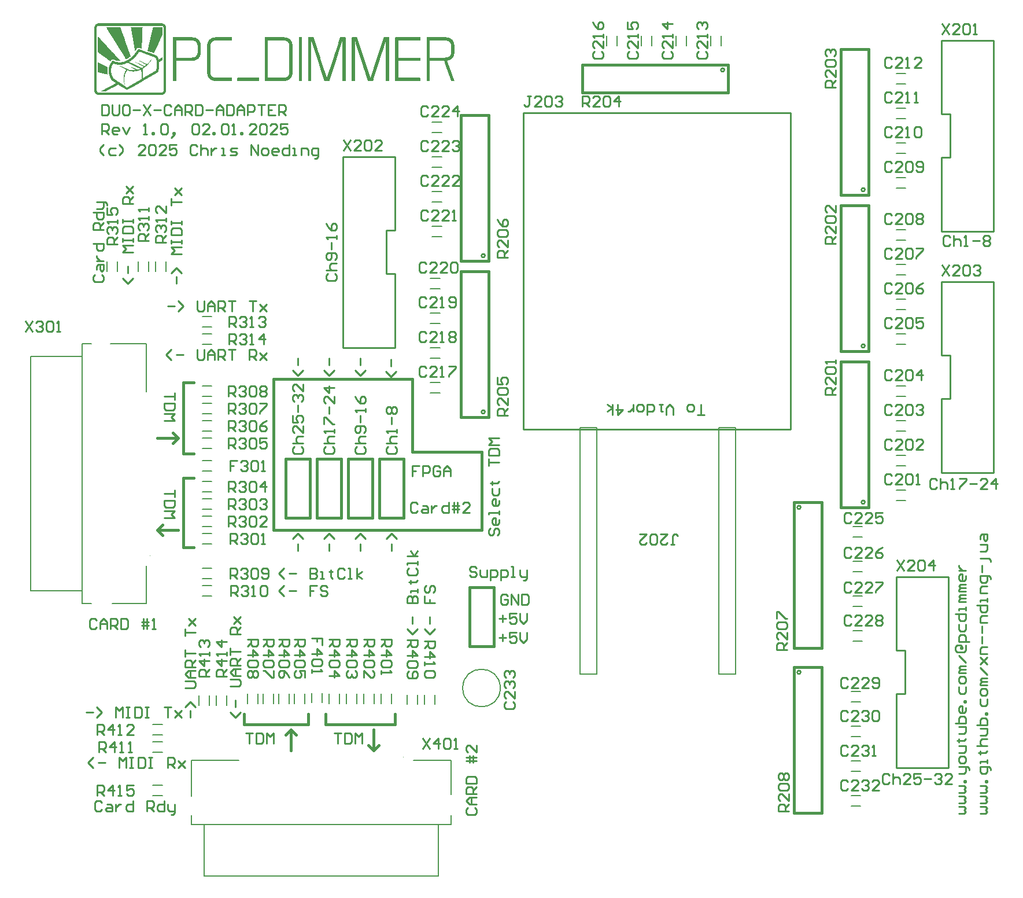
<source format=gto>
G04*
G04 #@! TF.GenerationSoftware,Altium Limited,Altium Designer,25.1.2 (22)*
G04*
G04 Layer_Color=65535*
%FSLAX44Y44*%
%MOMM*%
G71*
G04*
G04 #@! TF.SameCoordinates,0FC80BA3-B051-4539-9073-6837C8DE60D5*
G04*
G04*
G04 #@! TF.FilePolarity,Positive*
G04*
G01*
G75*
%ADD10C,0.1000*%
%ADD11C,0.2540*%
%ADD12C,0.2000*%
%ADD13C,0.3810*%
%ADD14C,0.1270*%
G36*
X389870Y1406255D02*
X392785D01*
Y1405839D01*
X394452D01*
Y1405422D01*
X395285D01*
Y1405005D01*
X396118D01*
Y1404589D01*
X396951D01*
Y1404172D01*
X397368D01*
Y1403756D01*
X398201D01*
Y1403339D01*
X398617D01*
Y1402923D01*
X399034D01*
Y1402506D01*
X399450D01*
Y1401673D01*
X399867D01*
Y1401257D01*
X400284D01*
Y1400423D01*
X400700D01*
Y1399590D01*
X401116D01*
Y1398341D01*
X401533D01*
Y1396674D01*
X401950D01*
Y1382095D01*
X401533D01*
Y1380429D01*
X401116D01*
Y1379179D01*
X400700D01*
Y1378346D01*
X400284D01*
Y1377513D01*
X399867D01*
Y1377097D01*
X399450D01*
Y1376263D01*
X399034D01*
Y1375847D01*
X398617D01*
Y1375430D01*
X398201D01*
Y1375014D01*
X397368D01*
Y1374597D01*
X396951D01*
Y1374181D01*
X396118D01*
Y1373764D01*
X395285D01*
Y1373348D01*
X394452D01*
Y1372931D01*
X392785D01*
Y1372514D01*
X366126D01*
Y1372098D01*
X365710D01*
Y1342939D01*
X365293D01*
Y1342523D01*
X361128D01*
Y1404589D01*
Y1405005D01*
Y1406672D01*
X389870D01*
Y1406255D01*
D02*
G37*
G36*
X345715Y1426666D02*
X346965D01*
Y1426250D01*
X347798D01*
Y1425833D01*
X348631D01*
Y1425417D01*
X349048D01*
Y1425000D01*
X349464D01*
Y1424583D01*
X349881D01*
Y1423750D01*
X350297D01*
Y1422917D01*
X350714D01*
Y1326277D01*
X350297D01*
Y1325444D01*
X349881D01*
Y1324611D01*
X349464D01*
Y1324194D01*
X349048D01*
Y1323778D01*
X348631D01*
Y1323361D01*
X347798D01*
Y1322945D01*
X346965D01*
Y1322528D01*
X345715D01*
Y1322112D01*
X251158D01*
Y1322528D01*
X249908D01*
Y1322945D01*
X249075D01*
Y1323361D01*
X248658D01*
Y1323778D01*
X248242D01*
Y1324194D01*
X247825D01*
Y1324611D01*
X247409D01*
Y1325027D01*
X246992D01*
Y1325444D01*
X246576D01*
Y1326694D01*
X246159D01*
Y1422501D01*
X246576D01*
Y1423750D01*
X246992D01*
Y1424167D01*
X247409D01*
Y1424583D01*
X247825D01*
Y1425417D01*
X248658D01*
Y1425833D01*
X249075D01*
Y1426250D01*
X249908D01*
Y1426666D01*
X251158D01*
Y1427083D01*
X345715D01*
Y1426666D01*
D02*
G37*
G36*
X428192Y1401673D02*
X421528D01*
Y1401257D01*
X420278D01*
Y1400840D01*
X419445D01*
Y1400423D01*
X418612D01*
Y1400007D01*
X418195D01*
Y1399590D01*
X417779D01*
Y1399174D01*
X417362D01*
Y1398757D01*
X416945D01*
Y1397924D01*
X416529D01*
Y1397091D01*
X416112D01*
Y1395425D01*
X415696D01*
Y1353770D01*
X416112D01*
Y1352103D01*
X416529D01*
Y1351270D01*
X416945D01*
Y1350437D01*
X417362D01*
Y1350021D01*
X417779D01*
Y1349604D01*
X418195D01*
Y1349187D01*
X418612D01*
Y1348771D01*
X419445D01*
Y1348354D01*
X420278D01*
Y1347938D01*
X421528D01*
Y1347521D01*
X447354D01*
Y1342523D01*
X422777D01*
Y1342939D01*
X420278D01*
Y1343356D01*
X418612D01*
Y1343772D01*
X417779D01*
Y1344189D01*
X416945D01*
Y1344606D01*
X416112D01*
Y1345022D01*
X415279D01*
Y1345439D01*
X414863D01*
Y1345855D01*
X414446D01*
Y1346272D01*
X414030D01*
Y1346688D01*
X413613D01*
Y1347521D01*
X413197D01*
Y1347938D01*
X412780D01*
Y1348771D01*
X412364D01*
Y1349604D01*
X411947D01*
Y1350854D01*
X411530D01*
Y1352520D01*
X411114D01*
Y1396674D01*
X411530D01*
Y1398341D01*
X411947D01*
Y1399590D01*
X412364D01*
Y1400423D01*
X412780D01*
Y1401257D01*
X413197D01*
Y1401673D01*
X413613D01*
Y1402506D01*
X414030D01*
Y1402923D01*
X414446D01*
Y1403339D01*
X414863D01*
Y1403756D01*
X415696D01*
Y1404172D01*
X416112D01*
Y1404589D01*
X416945D01*
Y1405005D01*
X417779D01*
Y1405422D01*
X418612D01*
Y1405839D01*
X420278D01*
Y1406255D01*
X423194D01*
Y1406672D01*
X447354D01*
Y1405839D01*
X447770D01*
Y1405422D01*
X447354D01*
Y1405005D01*
X447770D01*
Y1404589D01*
X447354D01*
Y1402923D01*
X447770D01*
Y1402506D01*
X447354D01*
Y1401673D01*
X428609D01*
X428192D01*
D02*
G37*
G36*
X464016Y1347521D02*
X486926D01*
Y1347105D01*
X487343D01*
Y1342523D01*
X455685D01*
Y1342939D01*
X455268D01*
Y1347105D01*
X455685D01*
Y1347521D01*
X463599D01*
X464016D01*
D02*
G37*
G36*
X524416Y1406255D02*
X527332D01*
Y1405839D01*
X528582D01*
Y1405422D01*
X529831D01*
Y1405005D01*
X530664D01*
Y1404589D01*
X531081D01*
Y1404172D01*
X531914D01*
Y1403756D01*
X532331D01*
Y1403339D01*
X532747D01*
Y1402923D01*
X533164D01*
Y1402506D01*
X533580D01*
Y1402090D01*
X533997D01*
Y1401257D01*
X534413D01*
Y1400840D01*
X534830D01*
Y1400007D01*
X535246D01*
Y1398757D01*
X535663D01*
Y1397091D01*
X536079D01*
Y1393342D01*
X536496D01*
Y1355852D01*
X536079D01*
Y1352103D01*
X535663D01*
Y1350437D01*
X535246D01*
Y1349187D01*
X534830D01*
Y1348354D01*
X534413D01*
Y1347938D01*
X533997D01*
Y1347105D01*
X533580D01*
Y1346688D01*
X533164D01*
Y1346272D01*
X532747D01*
Y1345855D01*
X532331D01*
Y1345439D01*
X531914D01*
Y1345022D01*
X531497D01*
Y1344606D01*
X530664D01*
Y1344189D01*
X529831D01*
Y1343772D01*
X528582D01*
Y1343356D01*
X527332D01*
Y1342939D01*
X524416D01*
Y1342523D01*
X495674D01*
Y1342939D01*
X495257D01*
Y1344606D01*
Y1345022D01*
Y1406255D01*
X495674D01*
Y1406672D01*
X524416D01*
Y1406255D01*
D02*
G37*
G36*
X545244Y1367099D02*
Y1406255D01*
X545660D01*
Y1406672D01*
X549826D01*
Y1342523D01*
X545660D01*
Y1342939D01*
X545244D01*
Y1366683D01*
Y1367099D01*
D02*
G37*
G36*
X608976Y1372514D02*
Y1399174D01*
X609393D01*
Y1400423D01*
X608560D01*
Y1399174D01*
X608143D01*
Y1397924D01*
X607727D01*
Y1396674D01*
X607310D01*
Y1395425D01*
X606893D01*
Y1394175D01*
X606477D01*
Y1392926D01*
X606060D01*
Y1391676D01*
X605644D01*
Y1390426D01*
X605227D01*
Y1388760D01*
X604811D01*
Y1387510D01*
X604394D01*
Y1386261D01*
X603978D01*
Y1385011D01*
X603561D01*
Y1383761D01*
X603144D01*
Y1382512D01*
X602728D01*
Y1381262D01*
X602311D01*
Y1380012D01*
X601895D01*
Y1378763D01*
X601478D01*
Y1377513D01*
X601062D01*
Y1376263D01*
X600645D01*
Y1375014D01*
X600229D01*
Y1373348D01*
X599812D01*
Y1372098D01*
X599395D01*
Y1370848D01*
X598979D01*
Y1369599D01*
X598562D01*
Y1368349D01*
X598146D01*
Y1367099D01*
X597729D01*
Y1365850D01*
X597313D01*
Y1364600D01*
X596896D01*
Y1363350D01*
X596480D01*
Y1361684D01*
X596063D01*
Y1360434D01*
X595647D01*
Y1359185D01*
X595230D01*
Y1357935D01*
X594813D01*
Y1356685D01*
X594397D01*
Y1355436D01*
X593980D01*
Y1354186D01*
X593564D01*
Y1352937D01*
X593147D01*
Y1351270D01*
X592731D01*
Y1350021D01*
X592314D01*
Y1348771D01*
X591898D01*
Y1347521D01*
X591481D01*
Y1346272D01*
X591064D01*
Y1345022D01*
X590648D01*
Y1343772D01*
X590231D01*
Y1342939D01*
X589815D01*
Y1342523D01*
X583150D01*
Y1342939D01*
X582733D01*
Y1343356D01*
X582317D01*
Y1344606D01*
X581900D01*
Y1345855D01*
X581484D01*
Y1347105D01*
X581067D01*
Y1348354D01*
X580651D01*
Y1349604D01*
X580234D01*
Y1350854D01*
X579818D01*
Y1352103D01*
X579401D01*
Y1353353D01*
X578984D01*
Y1354603D01*
X578568D01*
Y1356269D01*
X578151D01*
Y1357519D01*
X577735D01*
Y1358768D01*
X577318D01*
Y1360018D01*
X576902D01*
Y1361268D01*
X576485D01*
Y1362517D01*
X576068D01*
Y1363767D01*
X575652D01*
Y1365016D01*
X575235D01*
Y1366266D01*
X574819D01*
Y1367932D01*
X574402D01*
Y1369182D01*
X573986D01*
Y1370432D01*
X573569D01*
Y1371681D01*
X573153D01*
Y1372931D01*
X572736D01*
Y1374181D01*
X572319D01*
Y1375430D01*
X571903D01*
Y1376680D01*
X571486D01*
Y1378346D01*
X571070D01*
Y1379596D01*
X570653D01*
Y1380845D01*
X570237D01*
Y1382095D01*
X569820D01*
Y1383345D01*
X569404D01*
Y1384595D01*
X568987D01*
Y1385844D01*
X568571D01*
Y1387094D01*
X568154D01*
Y1388344D01*
X567737D01*
Y1389593D01*
X567321D01*
Y1391259D01*
X566904D01*
Y1392509D01*
X566488D01*
Y1393759D01*
X566071D01*
Y1395008D01*
X565655D01*
Y1396258D01*
X565238D01*
Y1397508D01*
X564822D01*
Y1398757D01*
X564405D01*
Y1400007D01*
X563988D01*
Y1400423D01*
X563572D01*
Y1342939D01*
X563155D01*
Y1342523D01*
X559406D01*
Y1342939D01*
X558990D01*
Y1406255D01*
X559406D01*
Y1406672D01*
X566488D01*
Y1406255D01*
X566904D01*
Y1405839D01*
X567321D01*
Y1404589D01*
X567737D01*
Y1403339D01*
X568154D01*
Y1402090D01*
X568571D01*
Y1400840D01*
X568987D01*
Y1399590D01*
X569404D01*
Y1398341D01*
X569820D01*
Y1397091D01*
X570237D01*
Y1395841D01*
X570653D01*
Y1394592D01*
X571070D01*
Y1393342D01*
X571486D01*
Y1392092D01*
X571903D01*
Y1390843D01*
X572319D01*
Y1389593D01*
X572736D01*
Y1387927D01*
X573153D01*
Y1386677D01*
X573569D01*
Y1385428D01*
X573986D01*
Y1384178D01*
X574402D01*
Y1382928D01*
X574819D01*
Y1381679D01*
X575235D01*
Y1380429D01*
X575652D01*
Y1379179D01*
X576068D01*
Y1377930D01*
X576485D01*
Y1376680D01*
X576902D01*
Y1375430D01*
X577318D01*
Y1374181D01*
X577735D01*
Y1372931D01*
X578151D01*
Y1371681D01*
X578568D01*
Y1370432D01*
X578984D01*
Y1369182D01*
X579401D01*
Y1367932D01*
X579818D01*
Y1366683D01*
X580234D01*
Y1365433D01*
X580651D01*
Y1364183D01*
X581067D01*
Y1362934D01*
X581484D01*
Y1361684D01*
X581900D01*
Y1360434D01*
X582317D01*
Y1359185D01*
X582733D01*
Y1357935D01*
X583150D01*
Y1356685D01*
X583566D01*
Y1355436D01*
X583983D01*
Y1354186D01*
X584399D01*
Y1352937D01*
X584816D01*
Y1351687D01*
X585233D01*
Y1350437D01*
X585649D01*
Y1349187D01*
X586066D01*
Y1347938D01*
X586482D01*
Y1348354D01*
X586899D01*
Y1349604D01*
X587315D01*
Y1350854D01*
X587732D01*
Y1352103D01*
X588148D01*
Y1353353D01*
X588565D01*
Y1354603D01*
X588982D01*
Y1355852D01*
X589398D01*
Y1357102D01*
X589815D01*
Y1358352D01*
X590231D01*
Y1359601D01*
X590648D01*
Y1360851D01*
X591064D01*
Y1362101D01*
X591481D01*
Y1363350D01*
X591898D01*
Y1364600D01*
X592314D01*
Y1365850D01*
X592731D01*
Y1367099D01*
X593147D01*
Y1368349D01*
X593564D01*
Y1369599D01*
X593980D01*
Y1370848D01*
X594397D01*
Y1372098D01*
X594813D01*
Y1373348D01*
X595230D01*
Y1374597D01*
X595647D01*
Y1375847D01*
X596063D01*
Y1377097D01*
X596480D01*
Y1378346D01*
X596896D01*
Y1380012D01*
X597313D01*
Y1381262D01*
X597729D01*
Y1382512D01*
X598146D01*
Y1383761D01*
X598562D01*
Y1385011D01*
X598979D01*
Y1386261D01*
X599395D01*
Y1387510D01*
X599812D01*
Y1388760D01*
X600229D01*
Y1390010D01*
X600645D01*
Y1391259D01*
X601062D01*
Y1392509D01*
X601478D01*
Y1393759D01*
X601895D01*
Y1395008D01*
X602311D01*
Y1396258D01*
X602728D01*
Y1397508D01*
X603144D01*
Y1398757D01*
X603561D01*
Y1400007D01*
X603978D01*
Y1401257D01*
X604394D01*
Y1402506D01*
X604811D01*
Y1403756D01*
X605227D01*
Y1405005D01*
X605644D01*
Y1406255D01*
X606060D01*
Y1406672D01*
X613558D01*
Y1406255D01*
X613975D01*
Y1342939D01*
X613558D01*
Y1342523D01*
X609393D01*
Y1342939D01*
X608976D01*
Y1372098D01*
Y1372514D01*
D02*
G37*
G36*
X661878Y1367099D02*
X661462D01*
Y1365850D01*
X661045D01*
Y1364183D01*
X660629D01*
Y1362934D01*
X660212D01*
Y1361684D01*
X659796D01*
Y1360434D01*
X659379D01*
Y1359185D01*
X658962D01*
Y1357935D01*
X658546D01*
Y1356685D01*
X658129D01*
Y1355436D01*
X657713D01*
Y1354186D01*
X657296D01*
Y1352520D01*
X656880D01*
Y1351270D01*
X656463D01*
Y1350021D01*
X656047D01*
Y1348771D01*
X655630D01*
Y1347521D01*
X655213D01*
Y1346272D01*
X654797D01*
Y1345022D01*
X654380D01*
Y1343772D01*
X653964D01*
Y1342939D01*
X653547D01*
Y1342523D01*
X646882D01*
Y1342939D01*
X646466D01*
Y1343356D01*
X646049D01*
Y1344606D01*
X645633D01*
Y1345855D01*
X645216D01*
Y1347105D01*
X644800D01*
Y1348354D01*
X644383D01*
Y1349604D01*
X643967D01*
Y1350854D01*
X643550D01*
Y1352103D01*
X643133D01*
Y1353770D01*
X642717D01*
Y1355019D01*
X642300D01*
Y1356269D01*
X641884D01*
Y1357519D01*
X641467D01*
Y1358768D01*
X641051D01*
Y1360018D01*
X640634D01*
Y1361268D01*
X640218D01*
Y1362517D01*
X639801D01*
Y1363767D01*
X639384D01*
Y1365433D01*
X638968D01*
Y1366683D01*
X638551D01*
Y1367932D01*
X638135D01*
Y1369182D01*
X637718D01*
Y1370432D01*
X637302D01*
Y1371681D01*
X636885D01*
Y1372931D01*
X636469D01*
Y1374181D01*
X636052D01*
Y1375847D01*
X635635D01*
Y1377097D01*
X635219D01*
Y1378346D01*
X634802D01*
Y1379596D01*
X634386D01*
Y1380845D01*
X633969D01*
Y1382095D01*
X633553D01*
Y1383345D01*
X633136D01*
Y1384595D01*
X632720D01*
Y1385844D01*
X632303D01*
Y1387094D01*
X631886D01*
Y1388760D01*
X631470D01*
Y1390010D01*
X631053D01*
Y1391259D01*
X630637D01*
Y1392509D01*
X630220D01*
Y1393759D01*
X629804D01*
Y1395008D01*
X629387D01*
Y1396258D01*
X628971D01*
Y1397508D01*
X628554D01*
Y1398757D01*
X628138D01*
Y1400007D01*
X627721D01*
Y1400423D01*
X627304D01*
Y1342939D01*
X626888D01*
Y1342523D01*
X623139D01*
Y1342939D01*
X622722D01*
Y1406255D01*
X623139D01*
Y1406672D01*
X630220D01*
Y1406255D01*
X630637D01*
Y1405839D01*
X631053D01*
Y1404589D01*
X631470D01*
Y1403339D01*
X631886D01*
Y1402090D01*
X632303D01*
Y1400840D01*
X632720D01*
Y1399590D01*
X633136D01*
Y1398341D01*
X633553D01*
Y1397091D01*
X633969D01*
Y1395841D01*
X634386D01*
Y1394592D01*
X634802D01*
Y1393342D01*
X635219D01*
Y1392092D01*
X635635D01*
Y1390843D01*
X636052D01*
Y1389593D01*
X636469D01*
Y1388344D01*
X636885D01*
Y1387094D01*
X637302D01*
Y1385844D01*
X637718D01*
Y1384178D01*
X638135D01*
Y1382928D01*
X638551D01*
Y1381679D01*
X638968D01*
Y1380429D01*
X639384D01*
Y1379179D01*
X639801D01*
Y1377930D01*
X640218D01*
Y1376680D01*
X640634D01*
Y1375430D01*
X641051D01*
Y1374181D01*
X641467D01*
Y1372931D01*
X641884D01*
Y1371681D01*
X642300D01*
Y1370432D01*
X642717D01*
Y1369182D01*
X643133D01*
Y1367932D01*
X643550D01*
Y1366683D01*
X643967D01*
Y1365433D01*
X644383D01*
Y1364183D01*
X644800D01*
Y1362934D01*
X645216D01*
Y1361684D01*
X645633D01*
Y1360434D01*
X646049D01*
Y1359185D01*
X646466D01*
Y1357935D01*
X646882D01*
Y1356685D01*
X647299D01*
Y1355436D01*
X647716D01*
Y1354186D01*
X648132D01*
Y1352937D01*
X648549D01*
Y1351687D01*
X648965D01*
Y1350437D01*
X649382D01*
Y1349187D01*
X649798D01*
Y1347938D01*
X650631D01*
Y1349187D01*
X651048D01*
Y1350854D01*
X651464D01*
Y1351687D01*
X651881D01*
Y1352937D01*
X652298D01*
Y1354603D01*
X652714D01*
Y1355852D01*
X653131D01*
Y1357102D01*
X653547D01*
Y1358352D01*
X653964D01*
Y1359601D01*
X654380D01*
Y1360851D01*
X654797D01*
Y1362101D01*
X655213D01*
Y1363350D01*
X655630D01*
Y1364600D01*
X656047D01*
Y1365850D01*
X656463D01*
Y1367099D01*
X656880D01*
Y1368349D01*
X657296D01*
Y1369599D01*
X657713D01*
Y1370848D01*
X658129D01*
Y1372098D01*
X658546D01*
Y1373348D01*
X658962D01*
Y1374597D01*
X659379D01*
Y1375847D01*
X659796D01*
Y1377097D01*
X660212D01*
Y1378346D01*
X660629D01*
Y1379596D01*
X661045D01*
Y1380845D01*
X661462D01*
Y1382095D01*
X661878D01*
Y1383345D01*
X662295D01*
Y1384595D01*
X662711D01*
Y1385844D01*
X663128D01*
Y1387510D01*
X663544D01*
Y1388760D01*
X663961D01*
Y1390010D01*
X664378D01*
Y1391259D01*
X664794D01*
Y1392509D01*
X665211D01*
Y1393759D01*
X665627D01*
Y1395008D01*
X666044D01*
Y1396258D01*
X666460D01*
Y1397508D01*
X666877D01*
Y1398757D01*
X667293D01*
Y1400007D01*
X667710D01*
Y1401257D01*
X668127D01*
Y1402506D01*
X668543D01*
Y1403756D01*
X668960D01*
Y1405005D01*
X669376D01*
Y1406255D01*
X669793D01*
Y1406672D01*
X677291D01*
Y1406255D01*
X677707D01*
Y1342939D01*
X677291D01*
Y1342523D01*
X673125D01*
Y1342939D01*
X672709D01*
Y1400007D01*
X672292D01*
Y1399174D01*
X671876D01*
Y1397924D01*
X671459D01*
Y1396674D01*
X671042D01*
Y1395425D01*
X670626D01*
Y1394175D01*
X670209D01*
Y1392509D01*
X669793D01*
Y1391259D01*
X669376D01*
Y1390010D01*
X668960D01*
Y1388760D01*
X668543D01*
Y1387510D01*
X668127D01*
Y1386261D01*
X667710D01*
Y1385011D01*
X667293D01*
Y1383761D01*
X666877D01*
Y1382512D01*
X666460D01*
Y1381262D01*
X666044D01*
Y1380012D01*
X665627D01*
Y1378763D01*
X665211D01*
Y1377513D01*
X664794D01*
Y1376263D01*
X664378D01*
Y1374597D01*
X663961D01*
Y1373348D01*
X663544D01*
Y1372098D01*
X663128D01*
Y1370848D01*
X662711D01*
Y1369599D01*
X662295D01*
Y1368349D01*
X661878D01*
Y1367516D01*
Y1367099D01*
D02*
G37*
G36*
X711448Y1376680D02*
X722278D01*
Y1377097D01*
X722695D01*
Y1376680D01*
X723111D01*
Y1372514D01*
X691453D01*
Y1372098D01*
X691037D01*
Y1347521D01*
X722695D01*
Y1347105D01*
X723111D01*
Y1342523D01*
X686871D01*
Y1342939D01*
X686455D01*
Y1406255D01*
X686871D01*
Y1406672D01*
X723111D01*
Y1401673D01*
X691037D01*
Y1377097D01*
X691453D01*
Y1376680D01*
X711031D01*
X711448D01*
D02*
G37*
G36*
X761434Y1406255D02*
X763934D01*
Y1405839D01*
X765600D01*
Y1405422D01*
X766433D01*
Y1405005D01*
X767266D01*
Y1404589D01*
X768099D01*
Y1404172D01*
X768516D01*
Y1403756D01*
X769349D01*
Y1403339D01*
X769765D01*
Y1402923D01*
X770182D01*
Y1402506D01*
X770598D01*
Y1401673D01*
X771015D01*
Y1401257D01*
X771432D01*
Y1400423D01*
X771848D01*
Y1399590D01*
X772265D01*
Y1398341D01*
X772681D01*
Y1396258D01*
X773098D01*
Y1382512D01*
X772681D01*
Y1380429D01*
X772265D01*
Y1379179D01*
X771848D01*
Y1378346D01*
X771432D01*
Y1377513D01*
X771015D01*
Y1377097D01*
X770598D01*
Y1376263D01*
X770182D01*
Y1375847D01*
X769765D01*
Y1375430D01*
X769349D01*
Y1375014D01*
X768932D01*
Y1374597D01*
X768099D01*
Y1374181D01*
X767266D01*
Y1373764D01*
X766433D01*
Y1373348D01*
X765600D01*
Y1372931D01*
X763934D01*
Y1372514D01*
X762684D01*
Y1371681D01*
X763101D01*
Y1370432D01*
X763517D01*
Y1369182D01*
X763934D01*
Y1367932D01*
X764350D01*
Y1366683D01*
X764767D01*
Y1365433D01*
X765183D01*
Y1364600D01*
X765600D01*
Y1363350D01*
X766016D01*
Y1362101D01*
X766433D01*
Y1360851D01*
X766849D01*
Y1359601D01*
X767266D01*
Y1358768D01*
X767682D01*
Y1357519D01*
X768099D01*
Y1356269D01*
X768516D01*
Y1355019D01*
X768932D01*
Y1353770D01*
X769349D01*
Y1352937D01*
X769765D01*
Y1351687D01*
X770182D01*
Y1350437D01*
X770598D01*
Y1349187D01*
X771015D01*
Y1347938D01*
X771432D01*
Y1347105D01*
X771848D01*
Y1345855D01*
X772265D01*
Y1344606D01*
X772681D01*
Y1343356D01*
X773098D01*
Y1342939D01*
X772681D01*
Y1342523D01*
X768932D01*
Y1342939D01*
X768516D01*
Y1343356D01*
X768099D01*
Y1344606D01*
X767682D01*
Y1345439D01*
X767266D01*
Y1346688D01*
X766849D01*
Y1347938D01*
X766433D01*
Y1349187D01*
X766016D01*
Y1350437D01*
X765600D01*
Y1351270D01*
X765183D01*
Y1352520D01*
X764767D01*
Y1353770D01*
X764350D01*
Y1355019D01*
X763934D01*
Y1356269D01*
X763517D01*
Y1357519D01*
X763101D01*
Y1358352D01*
X762684D01*
Y1359601D01*
X762267D01*
Y1360851D01*
X761851D01*
Y1362101D01*
X761434D01*
Y1363350D01*
X761018D01*
Y1364600D01*
X760601D01*
Y1365433D01*
X760185D01*
Y1366683D01*
X759768D01*
Y1367932D01*
X759352D01*
Y1369182D01*
X758935D01*
Y1370432D01*
X758518D01*
Y1371265D01*
X758102D01*
Y1372098D01*
X757685D01*
Y1372514D01*
X738107D01*
Y1372098D01*
X737691D01*
Y1372514D01*
X736858D01*
Y1342939D01*
X736441D01*
Y1342523D01*
X732276D01*
Y1406672D01*
X761434D01*
Y1406255D01*
D02*
G37*
%LPC*%
G36*
X391536Y1401673D02*
X365710D01*
Y1377097D01*
X366126D01*
Y1376680D01*
X366543D01*
Y1377097D01*
X366959D01*
Y1376680D01*
X388620D01*
Y1377097D01*
X391952D01*
Y1377513D01*
X392785D01*
Y1377930D01*
X393619D01*
Y1378346D01*
X394452D01*
Y1378763D01*
X394868D01*
Y1379179D01*
X395285D01*
Y1379596D01*
X395701D01*
Y1380012D01*
X396118D01*
Y1380845D01*
X396535D01*
Y1381679D01*
X396951D01*
Y1383345D01*
X397368D01*
Y1395425D01*
X396951D01*
Y1397091D01*
X396535D01*
Y1397924D01*
X396118D01*
Y1398757D01*
X395701D01*
Y1399174D01*
X395285D01*
Y1399590D01*
X394868D01*
Y1400007D01*
X394452D01*
Y1400423D01*
X393619D01*
Y1400840D01*
X392785D01*
Y1401257D01*
X391536D01*
Y1401673D01*
D02*
G37*
G36*
X345715Y1423334D02*
X251158D01*
Y1422917D01*
X250325D01*
Y1422084D01*
X249908D01*
Y1421251D01*
X249492D01*
Y1327943D01*
X249908D01*
Y1326694D01*
X250325D01*
Y1326277D01*
X251158D01*
Y1325861D01*
X345715D01*
Y1326277D01*
X346548D01*
Y1326694D01*
X346965D01*
Y1327527D01*
X347381D01*
Y1421668D01*
X346965D01*
Y1422501D01*
X346548D01*
Y1422917D01*
X345715D01*
Y1423334D01*
D02*
G37*
%LPD*%
G36*
X316556Y1420835D02*
X316140D01*
Y1409588D01*
X315723D01*
Y1407505D01*
Y1407088D01*
Y1398341D01*
X315307D01*
Y1390010D01*
X314474D01*
Y1390426D01*
X313224D01*
Y1390843D01*
X311974D01*
Y1391259D01*
X309892D01*
Y1390843D01*
X308642D01*
Y1390426D01*
X308225D01*
Y1390010D01*
X307809D01*
Y1389593D01*
X307392D01*
Y1388760D01*
X306976D01*
Y1387927D01*
X306559D01*
Y1387510D01*
X306143D01*
Y1386677D01*
X305310D01*
Y1388760D01*
X304893D01*
Y1391259D01*
X304476D01*
Y1393759D01*
X304060D01*
Y1396258D01*
X303643D01*
Y1398341D01*
X303227D01*
Y1400840D01*
X302810D01*
Y1403339D01*
X302394D01*
Y1405839D01*
X301977D01*
Y1408338D01*
X301561D01*
Y1410421D01*
X301144D01*
Y1412920D01*
X300728D01*
Y1415419D01*
X300311D01*
Y1417919D01*
X299894D01*
Y1420418D01*
X299478D01*
Y1421668D01*
X316556D01*
Y1420835D01*
D02*
G37*
G36*
X345299Y1421251D02*
X345715D01*
Y1409588D01*
X345299D01*
Y1408754D01*
X344882D01*
Y1407921D01*
X344465D01*
Y1407088D01*
X344049D01*
Y1406255D01*
X343632D01*
Y1405422D01*
X343216D01*
Y1404589D01*
X342799D01*
Y1403339D01*
X342383D01*
Y1402506D01*
X341966D01*
Y1401673D01*
X341550D01*
Y1400840D01*
X341133D01*
Y1400007D01*
X340717D01*
Y1399174D01*
X340300D01*
Y1398341D01*
X339883D01*
Y1397091D01*
X339467D01*
Y1396258D01*
X339050D01*
Y1395425D01*
X338634D01*
Y1394592D01*
X338217D01*
Y1393759D01*
X337801D01*
Y1392926D01*
X337384D01*
Y1392092D01*
X336968D01*
Y1391259D01*
X336551D01*
Y1390010D01*
X336134D01*
Y1389176D01*
X335718D01*
Y1388344D01*
X335301D01*
Y1387510D01*
X334885D01*
Y1386677D01*
X334468D01*
Y1385844D01*
X334052D01*
Y1385011D01*
X333635D01*
Y1384178D01*
X333218D01*
Y1383345D01*
X332385D01*
Y1383761D01*
X331552D01*
Y1384178D01*
X330303D01*
Y1384595D01*
X329470D01*
Y1385011D01*
X328220D01*
Y1385428D01*
X326970D01*
Y1385844D01*
X326137D01*
Y1386261D01*
X324888D01*
Y1386677D01*
X324054D01*
Y1388760D01*
X324471D01*
Y1390426D01*
X324888D01*
Y1392092D01*
X325304D01*
Y1392926D01*
Y1393342D01*
Y1394175D01*
X325721D01*
Y1395841D01*
X326137D01*
Y1397508D01*
X326554D01*
Y1399590D01*
X326970D01*
Y1401257D01*
X327387D01*
Y1402923D01*
X327803D01*
Y1405005D01*
X328220D01*
Y1406672D01*
X328637D01*
Y1408338D01*
X329053D01*
Y1410421D01*
X329470D01*
Y1412087D01*
X329886D01*
Y1413753D01*
X330303D01*
Y1415419D01*
X330719D01*
Y1417502D01*
X331136D01*
Y1419168D01*
X331552D01*
Y1420835D01*
X331969D01*
Y1421668D01*
X345299D01*
Y1421251D01*
D02*
G37*
G36*
X284065Y1420418D02*
X284482D01*
Y1419168D01*
X284898D01*
Y1417919D01*
X285315D01*
Y1416669D01*
X285732D01*
Y1415836D01*
X286148D01*
Y1414586D01*
X286565D01*
Y1413337D01*
X286981D01*
Y1412087D01*
X287398D01*
Y1411254D01*
X287814D01*
Y1410837D01*
Y1410421D01*
Y1410004D01*
X288231D01*
Y1408754D01*
X288647D01*
Y1407505D01*
X289064D01*
Y1406672D01*
X289480D01*
Y1405422D01*
X289897D01*
Y1404172D01*
X290314D01*
Y1403339D01*
X290730D01*
Y1402090D01*
X291147D01*
Y1400840D01*
X291563D01*
Y1399590D01*
X291980D01*
Y1398757D01*
X292396D01*
Y1397508D01*
X292813D01*
Y1396258D01*
X293230D01*
Y1395008D01*
X293646D01*
Y1394175D01*
X294063D01*
Y1392926D01*
X294479D01*
Y1391676D01*
X294896D01*
Y1390426D01*
X295312D01*
Y1389176D01*
X295729D01*
Y1388344D01*
X296145D01*
Y1387094D01*
X296562D01*
Y1385844D01*
X296978D01*
Y1384595D01*
X297395D01*
Y1383761D01*
X297812D01*
Y1382512D01*
X298228D01*
Y1381262D01*
X298645D01*
Y1380012D01*
X299061D01*
Y1378346D01*
X298645D01*
Y1377930D01*
X297812D01*
Y1377513D01*
X297395D01*
Y1377097D01*
X296978D01*
Y1376680D01*
X296145D01*
Y1376263D01*
X295729D01*
Y1375847D01*
X294896D01*
Y1375430D01*
X294479D01*
Y1375014D01*
X293646D01*
Y1374597D01*
X291980D01*
Y1375430D01*
X291563D01*
Y1375847D01*
X291147D01*
Y1376680D01*
X290730D01*
Y1377097D01*
X290314D01*
Y1377930D01*
X289897D01*
Y1378763D01*
X289480D01*
Y1379179D01*
X289064D01*
Y1380012D01*
X288647D01*
Y1380845D01*
X288231D01*
Y1381262D01*
X287814D01*
Y1382095D01*
X287398D01*
Y1382512D01*
X286981D01*
Y1383345D01*
X286565D01*
Y1384178D01*
X286148D01*
Y1384595D01*
X285732D01*
Y1385428D01*
X285315D01*
Y1386261D01*
X284898D01*
Y1386677D01*
X284482D01*
Y1387510D01*
X284065D01*
Y1387927D01*
X283649D01*
Y1388760D01*
X283232D01*
Y1389593D01*
X282816D01*
Y1390010D01*
X282399D01*
Y1390843D01*
X281983D01*
Y1391259D01*
X281566D01*
Y1392092D01*
X281150D01*
Y1392926D01*
X280733D01*
Y1393342D01*
X280316D01*
Y1394175D01*
X279900D01*
Y1395008D01*
X279483D01*
Y1395425D01*
X279067D01*
Y1396258D01*
X278650D01*
Y1396674D01*
X278234D01*
Y1397508D01*
X277817D01*
Y1398341D01*
X277400D01*
Y1398757D01*
X276984D01*
Y1399590D01*
X276567D01*
Y1400423D01*
X276151D01*
Y1400840D01*
X275734D01*
Y1401673D01*
X275318D01*
Y1402090D01*
X274901D01*
Y1402923D01*
X274485D01*
Y1403756D01*
X274068D01*
Y1404172D01*
X273652D01*
Y1405005D01*
X273235D01*
Y1405422D01*
X272819D01*
Y1406255D01*
X272402D01*
Y1407088D01*
X271985D01*
Y1407505D01*
X271569D01*
Y1408338D01*
X271152D01*
Y1408754D01*
X270736D01*
Y1409588D01*
X270319D01*
Y1410421D01*
X269903D01*
Y1410837D01*
X269486D01*
Y1411670D01*
X269069D01*
Y1412504D01*
X268653D01*
Y1412920D01*
X268236D01*
Y1413753D01*
X267820D01*
Y1414170D01*
X267403D01*
Y1415003D01*
X266987D01*
Y1415836D01*
X266570D01*
Y1416252D01*
X266154D01*
Y1417086D01*
X265737D01*
Y1417502D01*
X265320D01*
Y1418335D01*
X264904D01*
Y1419168D01*
X264487D01*
Y1419585D01*
X264071D01*
Y1420418D01*
X263654D01*
Y1421251D01*
X263238D01*
Y1421668D01*
X284065D01*
Y1420418D01*
D02*
G37*
G36*
X251991Y1406672D02*
X252407D01*
Y1406255D01*
X252824D01*
Y1405839D01*
X253241D01*
Y1405422D01*
X253657D01*
Y1405005D01*
X254074D01*
Y1404589D01*
X254490D01*
Y1404172D01*
X254907D01*
Y1403339D01*
X255323D01*
Y1402923D01*
X255740D01*
Y1402506D01*
X256156D01*
Y1402090D01*
X256573D01*
Y1401673D01*
X256989D01*
Y1401257D01*
X257406D01*
Y1400840D01*
X257823D01*
Y1400423D01*
X258239D01*
Y1400007D01*
X258656D01*
Y1399590D01*
X259072D01*
Y1399174D01*
X259489D01*
Y1398757D01*
X259905D01*
Y1397924D01*
X260322D01*
Y1397508D01*
X260738D01*
Y1397091D01*
X261155D01*
Y1396674D01*
X261572D01*
Y1396258D01*
X261988D01*
Y1395841D01*
X262405D01*
Y1395425D01*
X262821D01*
Y1395008D01*
X263238D01*
Y1394592D01*
X263654D01*
Y1394175D01*
X264071D01*
Y1393759D01*
X264487D01*
Y1393342D01*
X264904D01*
Y1392926D01*
X265320D01*
Y1392092D01*
X265737D01*
Y1391676D01*
X266154D01*
Y1391259D01*
X266570D01*
Y1390843D01*
X266987D01*
Y1390426D01*
X267403D01*
Y1390010D01*
X267820D01*
Y1389593D01*
X268236D01*
Y1389176D01*
X268653D01*
Y1388760D01*
X269069D01*
Y1388344D01*
X269486D01*
Y1387927D01*
X269903D01*
Y1387510D01*
X270319D01*
Y1387094D01*
X270736D01*
Y1386677D01*
X271152D01*
Y1385844D01*
X271569D01*
Y1385428D01*
X271985D01*
Y1385011D01*
X272402D01*
Y1384595D01*
X272819D01*
Y1384178D01*
X273235D01*
Y1383761D01*
X273652D01*
Y1383345D01*
X274068D01*
Y1382928D01*
X274485D01*
Y1382512D01*
X274901D01*
Y1382095D01*
X275318D01*
Y1381679D01*
X275734D01*
Y1381262D01*
X276151D01*
Y1380429D01*
X276567D01*
Y1380012D01*
X276984D01*
Y1379596D01*
X277400D01*
Y1379179D01*
X277817D01*
Y1378763D01*
X278234D01*
Y1378346D01*
X278650D01*
Y1377930D01*
X279067D01*
Y1377513D01*
X279483D01*
Y1377097D01*
X279900D01*
Y1376680D01*
X280316D01*
Y1376263D01*
X280733D01*
Y1375847D01*
X281150D01*
Y1375430D01*
X281566D01*
Y1374597D01*
X281983D01*
Y1374181D01*
X282399D01*
Y1373764D01*
X282816D01*
Y1373348D01*
X283232D01*
Y1372931D01*
X283649D01*
Y1372514D01*
X284065D01*
Y1372098D01*
X279067D01*
Y1372514D01*
X277400D01*
Y1372931D01*
X276567D01*
Y1373348D01*
X275734D01*
Y1373764D01*
X274485D01*
Y1374181D01*
X272402D01*
Y1373764D01*
X271569D01*
Y1373348D01*
X271152D01*
Y1372931D01*
X270736D01*
Y1372514D01*
X270319D01*
Y1372098D01*
X269903D01*
Y1371681D01*
X269069D01*
Y1372098D01*
X268653D01*
Y1372514D01*
X267820D01*
Y1372931D01*
X267403D01*
Y1373348D01*
X266570D01*
Y1373764D01*
X266154D01*
Y1374181D01*
X265320D01*
Y1374597D01*
X264904D01*
Y1375014D01*
X264487D01*
Y1375430D01*
X263654D01*
Y1375847D01*
X263238D01*
Y1376263D01*
X262405D01*
Y1376680D01*
X261988D01*
Y1377097D01*
X261155D01*
Y1377513D01*
X260738D01*
Y1377930D01*
X260322D01*
Y1378346D01*
X259489D01*
Y1378763D01*
X259072D01*
Y1379179D01*
X258239D01*
Y1379596D01*
X257823D01*
Y1380012D01*
X256989D01*
Y1380429D01*
X256573D01*
Y1380845D01*
X256156D01*
Y1381262D01*
X255323D01*
Y1381679D01*
X254907D01*
Y1382095D01*
X254074D01*
Y1382512D01*
X253657D01*
Y1382928D01*
X253241D01*
Y1383345D01*
X252407D01*
Y1383761D01*
X251991D01*
Y1384178D01*
X251574D01*
Y1384595D01*
X251158D01*
Y1407088D01*
X251991D01*
Y1406672D01*
D02*
G37*
G36*
X312391Y1388760D02*
X313641D01*
Y1388344D01*
X314890D01*
Y1387927D01*
X316140D01*
Y1387510D01*
X316973D01*
Y1387094D01*
X318223D01*
Y1386677D01*
X319472D01*
Y1386261D01*
X320722D01*
Y1385844D01*
X321555D01*
Y1385428D01*
X322805D01*
Y1385011D01*
X324054D01*
Y1384595D01*
X324888D01*
Y1384178D01*
X326137D01*
Y1383761D01*
X327387D01*
Y1383345D01*
X328220D01*
Y1382928D01*
X329470D01*
Y1382512D01*
X330719D01*
Y1382095D01*
X331552D01*
Y1381679D01*
X332802D01*
Y1381262D01*
X333635D01*
Y1380845D01*
X334885D01*
Y1380429D01*
X335718D01*
Y1380012D01*
X336551D01*
Y1379596D01*
X336968D01*
Y1379179D01*
X337384D01*
Y1378763D01*
X337801D01*
Y1378346D01*
X338217D01*
Y1377930D01*
X338634D01*
Y1377097D01*
X339050D01*
Y1376680D01*
X339467D01*
Y1375430D01*
X339883D01*
Y1374181D01*
X340717D01*
Y1374597D01*
X341550D01*
Y1375014D01*
X342383D01*
Y1375430D01*
X343216D01*
Y1375847D01*
X343632D01*
Y1376263D01*
X344465D01*
Y1376680D01*
X345299D01*
Y1377097D01*
X345715D01*
Y1372931D01*
X344882D01*
Y1372514D01*
X344049D01*
Y1372098D01*
X343216D01*
Y1371681D01*
X342799D01*
Y1371265D01*
X341966D01*
Y1370848D01*
X341133D01*
Y1370432D01*
X340717D01*
Y1362517D01*
X340300D01*
Y1359601D01*
X339883D01*
Y1357519D01*
X339467D01*
Y1356269D01*
X339050D01*
Y1355852D01*
X338634D01*
Y1355436D01*
X338217D01*
Y1355019D01*
X337801D01*
Y1354603D01*
X337384D01*
Y1354186D01*
X336551D01*
Y1353770D01*
X335718D01*
Y1353353D01*
X335301D01*
Y1352937D01*
X334468D01*
Y1352520D01*
X333635D01*
Y1352103D01*
X332802D01*
Y1351687D01*
X332385D01*
Y1351270D01*
X331552D01*
Y1350854D01*
X330719D01*
Y1350437D01*
X329886D01*
Y1350021D01*
X329470D01*
Y1349604D01*
X328637D01*
Y1349187D01*
X327803D01*
Y1348771D01*
X326970D01*
Y1348354D01*
X326554D01*
Y1347938D01*
X325721D01*
Y1347521D01*
X324888D01*
Y1347105D01*
X324054D01*
Y1346688D01*
X323638D01*
Y1346272D01*
X322805D01*
Y1345855D01*
X321972D01*
Y1345439D01*
X321555D01*
Y1345022D01*
X320722D01*
Y1344606D01*
X319889D01*
Y1344189D01*
X319056D01*
Y1343772D01*
X318639D01*
Y1343356D01*
X317806D01*
Y1342939D01*
X316973D01*
Y1342523D01*
X316140D01*
Y1342106D01*
X315723D01*
Y1341690D01*
X314890D01*
Y1341273D01*
X314057D01*
Y1340856D01*
X313641D01*
Y1340440D01*
X312808D01*
Y1340023D01*
X311974D01*
Y1339607D01*
X311141D01*
Y1339190D01*
X310725D01*
Y1338774D01*
X309892D01*
Y1338357D01*
X309058D01*
Y1337941D01*
X308225D01*
Y1337524D01*
X307809D01*
Y1337108D01*
X306976D01*
Y1336691D01*
X306143D01*
Y1336274D01*
X305726D01*
Y1335858D01*
X304893D01*
Y1335441D01*
X304060D01*
Y1335025D01*
X303227D01*
Y1334608D01*
X302810D01*
Y1334192D01*
X301977D01*
Y1333775D01*
X301144D01*
Y1333358D01*
X300311D01*
Y1332942D01*
X299894D01*
Y1332525D01*
X299061D01*
Y1332109D01*
X298228D01*
Y1331692D01*
X297395D01*
Y1331276D01*
X296978D01*
Y1330859D01*
X296145D01*
Y1330443D01*
X295312D01*
Y1330026D01*
X292396D01*
Y1330443D01*
X291563D01*
Y1330859D01*
X290730D01*
Y1331276D01*
X290314D01*
Y1331692D01*
X289480D01*
Y1332109D01*
X289064D01*
Y1332525D01*
X288231D01*
Y1332942D01*
X287814D01*
Y1333358D01*
X286981D01*
Y1333775D01*
X286565D01*
Y1334192D01*
X285732D01*
Y1334608D01*
X284898D01*
Y1335025D01*
X284482D01*
Y1335441D01*
X283649D01*
Y1335858D01*
X283232D01*
Y1336274D01*
X282399D01*
Y1336691D01*
X281983D01*
Y1337108D01*
X281150D01*
Y1337524D01*
X280733D01*
Y1337108D01*
X279900D01*
Y1336691D01*
X279067D01*
Y1336274D01*
X278650D01*
Y1335858D01*
X277817D01*
Y1335441D01*
X276984D01*
Y1335025D01*
X276151D01*
Y1334608D01*
X275318D01*
Y1334192D01*
X274901D01*
Y1333775D01*
X274068D01*
Y1333358D01*
X273235D01*
Y1332942D01*
X272402D01*
Y1332525D01*
X271569D01*
Y1332109D01*
X270736D01*
Y1331692D01*
X270319D01*
Y1331276D01*
X269486D01*
Y1330859D01*
X268653D01*
Y1330443D01*
X267820D01*
Y1330026D01*
X266987D01*
Y1329610D01*
X266154D01*
Y1329193D01*
X265737D01*
Y1328777D01*
X264904D01*
Y1328360D01*
X264071D01*
Y1327943D01*
X263238D01*
Y1327527D01*
X262405D01*
Y1327110D01*
X259905D01*
Y1327527D01*
X259489D01*
Y1327110D01*
X257406D01*
Y1327527D01*
X256989D01*
Y1327110D01*
X256573D01*
Y1327527D01*
X256156D01*
Y1327943D01*
X256989D01*
Y1328360D01*
X257406D01*
Y1328777D01*
X258239D01*
Y1329193D01*
X259072D01*
Y1329610D01*
X259905D01*
Y1330026D01*
X260738D01*
Y1330443D01*
X261572D01*
Y1330859D01*
X261988D01*
Y1331276D01*
X262821D01*
Y1331692D01*
X263654D01*
Y1332109D01*
X264487D01*
Y1332525D01*
X265320D01*
Y1332942D01*
X265737D01*
Y1333358D01*
X266570D01*
Y1333775D01*
X267403D01*
Y1334192D01*
X268236D01*
Y1334608D01*
X269069D01*
Y1335025D01*
X269903D01*
Y1335441D01*
X270319D01*
Y1335858D01*
X271152D01*
Y1336274D01*
X271985D01*
Y1336691D01*
X272819D01*
Y1337108D01*
X273652D01*
Y1337524D01*
X274485D01*
Y1337941D01*
X274901D01*
Y1338357D01*
X275734D01*
Y1338774D01*
X276567D01*
Y1339190D01*
X277400D01*
Y1340023D01*
X276984D01*
Y1340440D01*
X276151D01*
Y1340856D01*
X275734D01*
Y1341273D01*
X274901D01*
Y1341690D01*
X274485D01*
Y1342106D01*
X273652D01*
Y1342523D01*
X273235D01*
Y1342939D01*
X272402D01*
Y1343356D01*
X271985D01*
Y1343772D01*
X271569D01*
Y1344189D01*
X271152D01*
Y1344606D01*
X270736D01*
Y1345439D01*
X270319D01*
Y1345855D01*
X269903D01*
Y1347105D01*
X269486D01*
Y1347938D01*
X269069D01*
Y1348771D01*
X268653D01*
Y1350021D01*
X268236D01*
Y1351270D01*
X267820D01*
Y1352937D01*
X267403D01*
Y1355436D01*
X266987D01*
Y1360434D01*
X267403D01*
Y1362934D01*
X267820D01*
Y1364600D01*
X268236D01*
Y1365850D01*
X268653D01*
Y1366683D01*
X269069D01*
Y1367516D01*
X269486D01*
Y1368349D01*
X269903D01*
Y1369182D01*
X270319D01*
Y1369599D01*
X270736D01*
Y1370015D01*
X271152D01*
Y1370848D01*
X271569D01*
Y1371265D01*
X271985D01*
Y1371681D01*
X272402D01*
Y1372098D01*
X274901D01*
Y1371681D01*
X275734D01*
Y1371265D01*
X276567D01*
Y1370848D01*
X278234D01*
Y1370432D01*
X280316D01*
Y1370015D01*
X285732D01*
Y1370432D01*
X287814D01*
Y1370848D01*
X289480D01*
Y1371265D01*
X290730D01*
Y1371681D01*
X291563D01*
Y1372098D01*
X292813D01*
Y1372514D01*
X293646D01*
Y1372931D01*
X294479D01*
Y1373348D01*
X295312D01*
Y1373764D01*
X295729D01*
Y1374181D01*
X296562D01*
Y1374597D01*
X296978D01*
Y1375014D01*
X297812D01*
Y1375430D01*
X298228D01*
Y1375847D01*
X299061D01*
Y1376263D01*
X299478D01*
Y1376680D01*
X299894D01*
Y1377097D01*
X300311D01*
Y1377513D01*
X300728D01*
Y1377930D01*
X301144D01*
Y1378346D01*
X301977D01*
Y1378763D01*
X302394D01*
Y1379179D01*
X302810D01*
Y1379596D01*
X303227D01*
Y1380429D01*
X303643D01*
Y1380845D01*
X304060D01*
Y1381262D01*
X304476D01*
Y1381679D01*
X304893D01*
Y1382095D01*
X305310D01*
Y1382928D01*
X305726D01*
Y1383345D01*
X306143D01*
Y1383761D01*
X306559D01*
Y1384595D01*
X306976D01*
Y1385011D01*
X307392D01*
Y1385844D01*
X307809D01*
Y1386677D01*
X308225D01*
Y1387094D01*
X308642D01*
Y1387927D01*
X309058D01*
Y1388760D01*
X309892D01*
Y1389176D01*
X312391D01*
Y1388760D01*
D02*
G37*
G36*
X252407Y1369182D02*
X253241D01*
Y1368766D01*
X254074D01*
Y1368349D01*
X254907D01*
Y1367932D01*
X255740D01*
Y1367516D01*
X256989D01*
Y1367099D01*
X257823D01*
Y1366683D01*
X258656D01*
Y1366266D01*
X259489D01*
Y1365850D01*
X260322D01*
Y1365433D01*
X261155D01*
Y1365016D01*
X261988D01*
Y1364600D01*
X262821D01*
Y1364183D01*
X263654D01*
Y1363767D01*
X264904D01*
Y1363350D01*
X265320D01*
Y1362934D01*
X265737D01*
Y1362101D01*
X265320D01*
Y1354186D01*
X265737D01*
Y1352103D01*
X264071D01*
Y1352520D01*
X261988D01*
Y1352937D01*
X260322D01*
Y1353353D01*
X258656D01*
Y1353770D01*
X256573D01*
Y1354186D01*
X254907D01*
Y1354603D01*
X253241D01*
Y1355019D01*
X251574D01*
Y1355436D01*
X251158D01*
Y1369599D01*
X252407D01*
Y1369182D01*
D02*
G37*
%LPC*%
G36*
X295729D02*
X293646D01*
Y1368766D01*
X292813D01*
Y1368349D01*
X291563D01*
Y1367932D01*
X290314D01*
Y1367516D01*
X289064D01*
Y1367099D01*
X286981D01*
Y1366683D01*
X278650D01*
Y1367099D01*
X276984D01*
Y1367516D01*
X275734D01*
Y1367932D01*
X274485D01*
Y1368349D01*
X273652D01*
Y1367516D01*
X273235D01*
Y1367099D01*
X272819D01*
Y1366266D01*
X272402D01*
Y1365433D01*
X271985D01*
Y1364600D01*
X271569D01*
Y1363350D01*
X271152D01*
Y1361684D01*
X270736D01*
Y1354603D01*
X271152D01*
Y1352520D01*
X271569D01*
Y1351270D01*
X271985D01*
Y1350021D01*
X272402D01*
Y1349187D01*
X272819D01*
Y1348354D01*
X273235D01*
Y1347521D01*
X273652D01*
Y1346688D01*
X274068D01*
Y1346272D01*
X274485D01*
Y1345855D01*
X275318D01*
Y1345439D01*
X275734D01*
Y1345022D01*
X276567D01*
Y1344606D01*
X276984D01*
Y1344189D01*
X277817D01*
Y1343772D01*
X278234D01*
Y1343356D01*
X279067D01*
Y1342939D01*
X279483D01*
Y1342523D01*
X279900D01*
Y1342106D01*
X280733D01*
Y1341690D01*
X281150D01*
Y1341273D01*
X281983D01*
Y1340856D01*
X282816D01*
Y1340440D01*
X283232D01*
Y1340023D01*
X284065D01*
Y1339607D01*
X284482D01*
Y1339190D01*
X285315D01*
Y1338774D01*
X285732D01*
Y1338357D01*
X286565D01*
Y1337941D01*
X286981D01*
Y1337524D01*
X287814D01*
Y1337108D01*
X288231D01*
Y1336691D01*
X289064D01*
Y1336274D01*
X289480D01*
Y1335858D01*
X290314D01*
Y1335441D01*
X290730D01*
Y1335025D01*
X291563D01*
Y1334608D01*
X292396D01*
Y1334192D01*
X292813D01*
Y1333775D01*
X293646D01*
Y1333358D01*
X294063D01*
Y1333775D01*
X294896D01*
Y1334192D01*
X295729D01*
Y1334608D01*
X296562D01*
Y1335025D01*
X296978D01*
Y1335441D01*
X297812D01*
Y1335858D01*
X298645D01*
Y1336274D01*
X299061D01*
Y1336691D01*
X299894D01*
Y1337108D01*
X300728D01*
Y1337524D01*
X301561D01*
Y1337941D01*
X301977D01*
Y1338357D01*
X302810D01*
Y1338774D01*
X303643D01*
Y1339190D01*
X304476D01*
Y1339607D01*
X304893D01*
Y1340023D01*
X305726D01*
Y1340440D01*
X306559D01*
Y1340856D01*
X306976D01*
Y1341273D01*
X307809D01*
Y1341690D01*
X308642D01*
Y1342106D01*
X309475D01*
Y1342523D01*
X309892D01*
Y1342939D01*
X310725D01*
Y1343356D01*
X311558D01*
Y1343772D01*
X312391D01*
Y1344189D01*
X312808D01*
Y1344606D01*
X313641D01*
Y1345022D01*
X314474D01*
Y1345439D01*
X314890D01*
Y1345855D01*
X315307D01*
Y1350854D01*
X314890D01*
Y1355852D01*
X314474D01*
Y1359185D01*
X313641D01*
Y1358768D01*
X312808D01*
Y1358352D01*
X311974D01*
Y1357935D01*
X310725D01*
Y1357519D01*
X309058D01*
Y1357102D01*
X307392D01*
Y1356685D01*
X304476D01*
Y1356269D01*
X301561D01*
Y1356685D01*
X298645D01*
Y1357102D01*
X296978D01*
Y1357519D01*
X296145D01*
Y1357935D01*
X294896D01*
Y1358352D01*
X294479D01*
Y1357935D01*
X294063D01*
Y1357102D01*
X293646D01*
Y1356685D01*
X293230D01*
Y1355852D01*
X292813D01*
Y1355436D01*
X292396D01*
Y1354603D01*
X291980D01*
Y1353770D01*
X291563D01*
Y1352937D01*
X291147D01*
Y1351687D01*
X290730D01*
Y1350437D01*
X290314D01*
Y1348771D01*
X289897D01*
Y1344606D01*
X289480D01*
Y1343356D01*
X289897D01*
Y1339607D01*
X290314D01*
Y1337941D01*
X289897D01*
Y1338774D01*
X289480D01*
Y1340440D01*
X289064D01*
Y1342523D01*
X288647D01*
Y1349604D01*
X289064D01*
Y1351687D01*
X289480D01*
Y1352937D01*
X289897D01*
Y1354186D01*
X290314D01*
Y1355019D01*
X290730D01*
Y1355852D01*
X291147D01*
Y1356685D01*
X291563D01*
Y1357519D01*
X291980D01*
Y1357935D01*
X292396D01*
Y1358768D01*
X292813D01*
Y1359185D01*
X292396D01*
Y1359601D01*
X291980D01*
Y1360018D01*
X291147D01*
Y1360434D01*
X290314D01*
Y1360851D01*
X289480D01*
Y1361268D01*
X288647D01*
Y1361684D01*
X287814D01*
Y1362101D01*
X286981D01*
Y1362517D01*
X286565D01*
Y1362934D01*
X285732D01*
Y1363350D01*
X284898D01*
Y1363767D01*
X284065D01*
Y1364183D01*
X283232D01*
Y1364600D01*
X282399D01*
Y1365016D01*
X283649D01*
Y1364600D01*
X284898D01*
Y1364183D01*
X285732D01*
Y1363767D01*
X286981D01*
Y1363350D01*
X287814D01*
Y1362934D01*
X289064D01*
Y1362517D01*
X289897D01*
Y1362101D01*
X291147D01*
Y1361684D01*
X291980D01*
Y1361268D01*
X293230D01*
Y1360851D01*
X294063D01*
Y1360434D01*
X295312D01*
Y1360018D01*
X296145D01*
Y1359601D01*
X296978D01*
Y1359185D01*
X298645D01*
Y1358768D01*
X300728D01*
Y1358352D01*
X305310D01*
Y1358768D01*
X306143D01*
Y1359185D01*
X305726D01*
Y1359601D01*
X304893D01*
Y1360018D01*
X304476D01*
Y1360434D01*
X303643D01*
Y1360851D01*
X302810D01*
Y1361268D01*
X302394D01*
Y1361684D01*
X301561D01*
Y1362101D01*
X301144D01*
Y1362517D01*
X300311D01*
Y1362934D01*
X299478D01*
Y1363350D01*
X300728D01*
Y1362934D01*
X301561D01*
Y1362517D01*
X302810D01*
Y1362101D01*
X303643D01*
Y1361684D01*
X304893D01*
Y1361268D01*
X305726D01*
Y1360851D01*
X306559D01*
Y1360434D01*
X307809D01*
Y1360018D01*
X308642D01*
Y1359601D01*
X310725D01*
Y1360018D01*
X311974D01*
Y1360434D01*
X312391D01*
Y1361268D01*
X311558D01*
Y1361684D01*
X310725D01*
Y1362101D01*
X309892D01*
Y1362517D01*
X308642D01*
Y1362934D01*
X307809D01*
Y1363350D01*
X306976D01*
Y1363767D01*
X306143D01*
Y1364183D01*
X305310D01*
Y1364600D01*
X304476D01*
Y1365016D01*
X303643D01*
Y1365433D01*
X302810D01*
Y1365850D01*
X301977D01*
Y1366266D01*
X301144D01*
Y1366683D01*
X299894D01*
Y1367099D01*
X299061D01*
Y1367516D01*
X298228D01*
Y1367932D01*
X297395D01*
Y1368349D01*
X296562D01*
Y1368766D01*
X295729D01*
Y1369182D01*
D02*
G37*
G36*
X312391Y1385428D02*
X311558D01*
Y1385011D01*
X311141D01*
Y1384595D01*
X310725D01*
Y1383761D01*
X310308D01*
Y1383345D01*
X309892D01*
Y1382512D01*
X309475D01*
Y1382095D01*
X309058D01*
Y1381262D01*
X308642D01*
Y1380845D01*
X308225D01*
Y1380429D01*
X307809D01*
Y1379596D01*
X307392D01*
Y1379179D01*
X306976D01*
Y1378763D01*
X306559D01*
Y1378346D01*
X306143D01*
Y1377930D01*
X305726D01*
Y1377513D01*
X305310D01*
Y1377097D01*
X304893D01*
Y1376680D01*
X304476D01*
Y1376263D01*
X304060D01*
Y1375847D01*
X303643D01*
Y1375430D01*
X303227D01*
Y1375014D01*
X302810D01*
Y1374597D01*
X302394D01*
Y1374181D01*
X301977D01*
Y1373764D01*
X301144D01*
Y1373348D01*
X300728D01*
Y1372931D01*
X300311D01*
Y1372514D01*
X299478D01*
Y1372098D01*
X299061D01*
Y1371681D01*
X298228D01*
Y1371265D01*
X297812D01*
Y1370848D01*
X297395D01*
Y1370432D01*
X297812D01*
Y1370015D01*
X298645D01*
Y1369599D01*
X299478D01*
Y1369182D01*
X300311D01*
Y1368766D01*
X301561D01*
Y1368349D01*
X302394D01*
Y1367932D01*
X303227D01*
Y1367516D01*
X304060D01*
Y1367099D01*
X304893D01*
Y1366683D01*
X305726D01*
Y1366266D01*
X306559D01*
Y1365850D01*
X307392D01*
Y1365433D01*
X308225D01*
Y1365016D01*
X309475D01*
Y1364600D01*
X310308D01*
Y1364183D01*
X311141D01*
Y1363767D01*
X311974D01*
Y1363350D01*
X312808D01*
Y1362934D01*
X313641D01*
Y1362517D01*
X314474D01*
Y1362101D01*
X316140D01*
Y1362517D01*
X316556D01*
Y1362934D01*
X317390D01*
Y1363350D01*
X317806D01*
Y1364183D01*
X316973D01*
Y1364600D01*
X316140D01*
Y1365016D01*
X315307D01*
Y1365433D01*
X314474D01*
Y1365850D01*
X313641D01*
Y1366266D01*
X312808D01*
Y1366683D01*
X311974D01*
Y1367099D01*
X311558D01*
Y1367516D01*
X310725D01*
Y1367932D01*
X309892D01*
Y1368349D01*
X309058D01*
Y1368766D01*
X308225D01*
Y1369182D01*
X307392D01*
Y1369599D01*
X306559D01*
Y1370015D01*
X306143D01*
Y1370432D01*
X306976D01*
Y1370015D01*
X307809D01*
Y1369599D01*
X308642D01*
Y1369182D01*
X309892D01*
Y1368766D01*
X310725D01*
Y1368349D01*
X311558D01*
Y1367932D01*
X312391D01*
Y1367516D01*
X313224D01*
Y1367099D01*
X314474D01*
Y1366683D01*
X315307D01*
Y1366266D01*
X316140D01*
Y1365850D01*
X316973D01*
Y1365433D01*
X318223D01*
Y1365016D01*
X319056D01*
Y1364600D01*
X319889D01*
Y1365016D01*
X320722D01*
Y1365433D01*
X321138D01*
Y1365850D01*
X321555D01*
Y1366266D01*
X321972D01*
Y1366683D01*
X321138D01*
Y1367099D01*
X320305D01*
Y1367516D01*
X319889D01*
Y1367932D01*
X319056D01*
Y1368349D01*
X318223D01*
Y1368766D01*
X317390D01*
Y1369182D01*
X316556D01*
Y1369599D01*
X315723D01*
Y1370015D01*
X314890D01*
Y1370432D01*
X314057D01*
Y1370848D01*
X313641D01*
Y1371265D01*
X312808D01*
Y1371681D01*
X311974D01*
Y1372098D01*
X313224D01*
Y1371681D01*
X314057D01*
Y1371265D01*
X314890D01*
Y1370848D01*
X316140D01*
Y1370432D01*
X316973D01*
Y1370015D01*
X317806D01*
Y1369599D01*
X318639D01*
Y1369182D01*
X319889D01*
Y1368766D01*
X320722D01*
Y1368349D01*
X321555D01*
Y1367932D01*
X322805D01*
Y1367516D01*
X323638D01*
Y1367932D01*
X324054D01*
Y1368349D01*
X324471D01*
Y1368766D01*
X324888D01*
Y1369182D01*
X325304D01*
Y1369599D01*
X325721D01*
Y1370015D01*
X326137D01*
Y1370432D01*
X326554D01*
Y1370848D01*
X326970D01*
Y1371265D01*
X327387D01*
Y1372098D01*
X327803D01*
Y1372514D01*
X328220D01*
Y1372931D01*
X328637D01*
Y1373348D01*
X329053D01*
Y1373764D01*
X329470D01*
Y1372931D01*
X329053D01*
Y1372514D01*
X328637D01*
Y1371681D01*
X328220D01*
Y1371265D01*
X327803D01*
Y1370848D01*
X327387D01*
Y1370015D01*
X326970D01*
Y1369599D01*
X326554D01*
Y1369182D01*
X326137D01*
Y1368766D01*
X325721D01*
Y1367932D01*
X325304D01*
Y1367516D01*
X324888D01*
Y1367099D01*
X324471D01*
Y1366683D01*
X324054D01*
Y1366266D01*
X323638D01*
Y1365850D01*
X323221D01*
Y1365433D01*
X322805D01*
Y1365016D01*
X322388D01*
Y1364600D01*
X321972D01*
Y1364183D01*
X321138D01*
Y1363767D01*
X320722D01*
Y1363350D01*
X320305D01*
Y1362934D01*
X319889D01*
Y1362517D01*
X319472D01*
Y1362101D01*
X318639D01*
Y1361684D01*
X318223D01*
Y1361268D01*
X317390D01*
Y1360851D01*
X316556D01*
Y1355436D01*
X316973D01*
Y1350437D01*
X317390D01*
Y1347105D01*
X317806D01*
Y1347521D01*
X318639D01*
Y1347938D01*
X319472D01*
Y1348354D01*
X320305D01*
Y1348771D01*
X320722D01*
Y1349187D01*
X321555D01*
Y1349604D01*
X322388D01*
Y1350021D01*
X322805D01*
Y1350437D01*
X323638D01*
Y1350854D01*
X324471D01*
Y1351270D01*
X325304D01*
Y1351687D01*
X325721D01*
Y1352103D01*
X326554D01*
Y1352520D01*
X327387D01*
Y1352937D01*
X328220D01*
Y1353353D01*
X328637D01*
Y1353770D01*
X329470D01*
Y1354186D01*
X330303D01*
Y1354603D01*
X331136D01*
Y1355019D01*
X331552D01*
Y1355436D01*
X332385D01*
Y1355852D01*
X333218D01*
Y1356269D01*
X334052D01*
Y1356685D01*
X334468D01*
Y1357102D01*
X335301D01*
Y1357519D01*
X336134D01*
Y1358768D01*
X336551D01*
Y1360851D01*
X336968D01*
Y1364183D01*
X337384D01*
Y1371265D01*
X336968D01*
Y1373348D01*
X336551D01*
Y1374597D01*
X336134D01*
Y1375430D01*
X335718D01*
Y1375847D01*
X335301D01*
Y1376263D01*
X334885D01*
Y1376680D01*
X334468D01*
Y1377097D01*
X333635D01*
Y1377513D01*
X332802D01*
Y1377930D01*
X331552D01*
Y1378346D01*
X330719D01*
Y1378763D01*
X329470D01*
Y1379179D01*
X328220D01*
Y1379596D01*
X327387D01*
Y1380012D01*
X326137D01*
Y1380429D01*
X324888D01*
Y1380845D01*
X324054D01*
Y1381262D01*
X322805D01*
Y1381679D01*
X321555D01*
Y1382095D01*
X320722D01*
Y1382512D01*
X319472D01*
Y1382928D01*
X318223D01*
Y1383345D01*
X316973D01*
Y1383761D01*
X316140D01*
Y1384178D01*
X314890D01*
Y1384595D01*
X313641D01*
Y1385011D01*
X312391D01*
Y1385428D01*
D02*
G37*
G36*
X526082Y1401673D02*
X499839D01*
Y1347521D01*
X526082D01*
Y1347938D01*
X527332D01*
Y1348354D01*
X528165D01*
Y1348771D01*
X528582D01*
Y1349187D01*
X529415D01*
Y1349604D01*
X529831D01*
Y1350437D01*
X530248D01*
Y1350854D01*
X530664D01*
Y1351687D01*
X531081D01*
Y1352937D01*
X531497D01*
Y1396258D01*
X531081D01*
Y1396674D01*
Y1397508D01*
X530664D01*
Y1398341D01*
X530248D01*
Y1398757D01*
X529831D01*
Y1399590D01*
X529415D01*
Y1400007D01*
X528582D01*
Y1400423D01*
X528165D01*
Y1400840D01*
X527332D01*
Y1401257D01*
X526082D01*
Y1401673D01*
D02*
G37*
G36*
X762684D02*
X736858D01*
Y1377097D01*
X737274D01*
Y1376680D01*
X760185D01*
Y1377097D01*
X763101D01*
Y1377513D01*
X764350D01*
Y1377930D01*
X764767D01*
Y1378346D01*
X765600D01*
Y1378763D01*
X766016D01*
Y1379179D01*
X766433D01*
Y1379596D01*
X766849D01*
Y1380012D01*
X767266D01*
Y1380845D01*
X767682D01*
Y1381679D01*
X768099D01*
Y1383345D01*
X768516D01*
Y1395425D01*
X768099D01*
Y1397091D01*
X767682D01*
Y1397924D01*
X767266D01*
Y1398757D01*
X766849D01*
Y1399174D01*
X766433D01*
Y1399590D01*
X766016D01*
Y1400007D01*
X765600D01*
Y1400423D01*
X764767D01*
Y1400840D01*
X763934D01*
Y1401257D01*
X762684D01*
Y1401673D01*
D02*
G37*
%LPD*%
D10*
X698500Y354630D02*
G03*
X698500Y353630I0J-500D01*
G01*
D02*
G03*
X698500Y354630I0J500D01*
G01*
X327960Y647700D02*
G03*
X326960Y647700I-500J0D01*
G01*
D02*
G03*
X327960Y647700I500J0D01*
G01*
D11*
X1280160Y477520D02*
G03*
X1280160Y477520I-2540J0D01*
G01*
Y718820D02*
G03*
X1280160Y718820I-2540J0D01*
G01*
X817880Y1087120D02*
G03*
X817880Y1087120I-2540J0D01*
G01*
Y858520D02*
G03*
X817880Y858520I-2540J0D01*
G01*
X1168400Y1358900D02*
G03*
X1168400Y1358900I-2540J0D01*
G01*
X1374140Y1183640D02*
G03*
X1374140Y1183640I-2540J0D01*
G01*
Y955040D02*
G03*
X1374140Y955040I-2540J0D01*
G01*
Y726440D02*
G03*
X1374140Y726440I-2540J0D01*
G01*
X1419860Y509270D02*
X1432560D01*
Y445770D02*
Y509270D01*
X1419860Y445770D02*
X1432560D01*
X1419860Y337820D02*
Y445770D01*
Y509270D02*
Y617220D01*
X1470660D02*
X1496060D01*
Y337820D02*
Y617220D01*
X1419860Y337820D02*
X1496060D01*
X1419860Y617220D02*
X1470660D01*
X1485900Y941070D02*
X1498600D01*
Y877570D02*
Y941070D01*
X1485900Y877570D02*
X1498600D01*
X1485900Y769620D02*
Y877570D01*
Y941070D02*
Y1049020D01*
X1536700D02*
X1562100D01*
Y769620D02*
Y1049020D01*
X1485900Y769620D02*
X1562100D01*
X1485900Y1049020D02*
X1536700D01*
X673100Y1060450D02*
X685800D01*
X673100D02*
Y1123950D01*
X685800D01*
Y1231900D01*
Y952500D02*
Y1060450D01*
X609600Y952500D02*
X635000D01*
X609600D02*
Y1231900D01*
X685800D01*
X635000Y952500D02*
X685800D01*
X1485900Y1294130D02*
X1498600D01*
Y1230630D02*
Y1294130D01*
X1485900Y1230630D02*
X1498600D01*
X1485900Y1122680D02*
Y1230630D01*
Y1294130D02*
Y1402080D01*
X1536700D02*
X1562100D01*
Y1122680D02*
Y1402080D01*
X1485900Y1122680D02*
X1562100D01*
X1485900Y1402080D02*
X1536700D01*
X1265190Y832630D02*
Y1296180D01*
X874030D02*
X1265190D01*
X874030Y832630D02*
Y1296180D01*
Y832630D02*
X1265190D01*
X1139460Y854225D02*
X1129303D01*
X1134382D01*
Y869460D01*
X1121686D02*
X1116608D01*
X1114068Y866921D01*
Y861842D01*
X1116608Y859303D01*
X1121686D01*
X1124225Y861842D01*
Y866921D01*
X1121686Y869460D01*
X1093755Y854225D02*
Y864382D01*
X1088677Y869460D01*
X1083598Y864382D01*
Y854225D01*
X1078520Y869460D02*
X1073441D01*
X1075981D01*
Y859303D01*
X1078520D01*
X1055667Y854225D02*
Y869460D01*
X1063285D01*
X1065824Y866921D01*
Y861842D01*
X1063285Y859303D01*
X1055667D01*
X1048050Y869460D02*
X1042971D01*
X1040432Y866921D01*
Y861842D01*
X1042971Y859303D01*
X1048050D01*
X1050589Y861842D01*
Y866921D01*
X1048050Y869460D01*
X1035354Y859303D02*
Y869460D01*
Y864382D01*
X1032815Y861842D01*
X1030275Y859303D01*
X1027736D01*
X1012501Y869460D02*
Y854225D01*
X1020119Y861842D01*
X1009962D01*
X1004884Y869460D02*
Y854225D01*
Y864382D02*
X997266Y859303D01*
X1004884Y864382D02*
X997266Y869460D01*
X588014Y1060447D02*
X585475Y1057907D01*
Y1052829D01*
X588014Y1050290D01*
X598171D01*
X600710Y1052829D01*
Y1057907D01*
X598171Y1060447D01*
X585475Y1065525D02*
X600710D01*
X593092D01*
X590553Y1068064D01*
Y1073143D01*
X593092Y1075682D01*
X600710D01*
X598171Y1080760D02*
X600710Y1083299D01*
Y1088378D01*
X598171Y1090917D01*
X588014D01*
X585475Y1088378D01*
Y1083299D01*
X588014Y1080760D01*
X590553D01*
X593092Y1083299D01*
Y1090917D01*
Y1095995D02*
Y1106152D01*
X600710Y1111230D02*
Y1116309D01*
Y1113770D01*
X585475D01*
X588014Y1111230D01*
X585475Y1134083D02*
X588014Y1129005D01*
X593092Y1123926D01*
X598171D01*
X600710Y1126465D01*
Y1131544D01*
X598171Y1134083D01*
X595632D01*
X593092Y1131544D01*
Y1123926D01*
X1498597Y1113786D02*
X1496057Y1116325D01*
X1490979D01*
X1488440Y1113786D01*
Y1103629D01*
X1490979Y1101090D01*
X1496057D01*
X1498597Y1103629D01*
X1503675Y1116325D02*
Y1101090D01*
Y1108708D01*
X1506214Y1111247D01*
X1511293D01*
X1513832Y1108708D01*
Y1101090D01*
X1518910D02*
X1523988D01*
X1521449D01*
Y1116325D01*
X1518910Y1113786D01*
X1531606Y1108708D02*
X1541763D01*
X1546841Y1113786D02*
X1549380Y1116325D01*
X1554459D01*
X1556998Y1113786D01*
Y1111247D01*
X1554459Y1108708D01*
X1556998Y1106168D01*
Y1103629D01*
X1554459Y1101090D01*
X1549380D01*
X1546841Y1103629D01*
Y1106168D01*
X1549380Y1108708D01*
X1546841Y1111247D01*
Y1113786D01*
X1549380Y1108708D02*
X1554459D01*
X1479547Y758186D02*
X1477007Y760725D01*
X1471929D01*
X1469390Y758186D01*
Y748029D01*
X1471929Y745490D01*
X1477007D01*
X1479547Y748029D01*
X1484625Y760725D02*
Y745490D01*
Y753108D01*
X1487164Y755647D01*
X1492243D01*
X1494782Y753108D01*
Y745490D01*
X1499860D02*
X1504939D01*
X1502399D01*
Y760725D01*
X1499860Y758186D01*
X1512556Y760725D02*
X1522713D01*
Y758186D01*
X1512556Y748029D01*
Y745490D01*
X1527791Y753108D02*
X1537948D01*
X1553183Y745490D02*
X1543026D01*
X1553183Y755647D01*
Y758186D01*
X1550644Y760725D01*
X1545565D01*
X1543026Y758186D01*
X1565879Y745490D02*
Y760725D01*
X1558261Y753108D01*
X1568418D01*
X1409697Y326386D02*
X1407157Y328925D01*
X1402079D01*
X1399540Y326386D01*
Y316229D01*
X1402079Y313690D01*
X1407157D01*
X1409697Y316229D01*
X1414775Y328925D02*
Y313690D01*
Y321307D01*
X1417314Y323847D01*
X1422393D01*
X1424932Y321307D01*
Y313690D01*
X1440167D02*
X1430010D01*
X1440167Y323847D01*
Y326386D01*
X1437628Y328925D01*
X1432549D01*
X1430010Y326386D01*
X1455402Y328925D02*
X1445245D01*
Y321307D01*
X1450324Y323847D01*
X1452863D01*
X1455402Y321307D01*
Y316229D01*
X1452863Y313690D01*
X1447784D01*
X1445245Y316229D01*
X1460480Y321307D02*
X1470637D01*
X1475715Y326386D02*
X1478255Y328925D01*
X1483333D01*
X1485872Y326386D01*
Y323847D01*
X1483333Y321307D01*
X1480794D01*
X1483333D01*
X1485872Y318768D01*
Y316229D01*
X1483333Y313690D01*
X1478255D01*
X1475715Y316229D01*
X1501107Y313690D02*
X1490950D01*
X1501107Y323847D01*
Y326386D01*
X1498568Y328925D01*
X1493490D01*
X1490950Y326386D01*
X1543055Y270510D02*
X1550672D01*
X1553212Y273049D01*
X1550672Y275588D01*
X1553212Y278127D01*
X1550672Y280667D01*
X1543055D01*
Y285745D02*
X1550672D01*
X1553212Y288284D01*
X1550672Y290823D01*
X1553212Y293363D01*
X1550672Y295902D01*
X1543055D01*
Y300980D02*
X1550672D01*
X1553212Y303519D01*
X1550672Y306059D01*
X1553212Y308598D01*
X1550672Y311137D01*
X1543055D01*
X1553212Y316215D02*
X1550672D01*
Y318754D01*
X1553212D01*
Y316215D01*
X1558290Y333989D02*
Y336529D01*
X1555751Y339068D01*
X1543055D01*
Y331450D01*
X1545594Y328911D01*
X1550672D01*
X1553212Y331450D01*
Y339068D01*
Y344146D02*
Y349225D01*
Y346685D01*
X1543055D01*
Y344146D01*
X1540516Y359381D02*
X1543055D01*
Y356842D01*
Y361920D01*
Y359381D01*
X1550672D01*
X1553212Y361920D01*
X1537977Y369538D02*
X1553212D01*
X1545594D01*
X1543055Y372077D01*
Y377155D01*
X1545594Y379695D01*
X1553212D01*
X1543055Y384773D02*
X1550672D01*
X1553212Y387312D01*
Y394930D01*
X1543055D01*
X1537977Y400008D02*
X1553212D01*
Y407626D01*
X1550672Y410165D01*
X1548133D01*
X1545594D01*
X1543055Y407626D01*
Y400008D01*
X1553212Y415243D02*
X1550672D01*
Y417782D01*
X1553212D01*
Y415243D01*
X1543055Y438096D02*
Y430478D01*
X1545594Y427939D01*
X1550672D01*
X1553212Y430478D01*
Y438096D01*
Y445713D02*
Y450792D01*
X1550672Y453331D01*
X1545594D01*
X1543055Y450792D01*
Y445713D01*
X1545594Y443174D01*
X1550672D01*
X1553212Y445713D01*
Y458409D02*
X1543055D01*
Y460948D01*
X1545594Y463488D01*
X1553212D01*
X1545594D01*
X1543055Y466027D01*
X1545594Y468566D01*
X1553212D01*
Y473644D02*
X1543055Y483801D01*
Y488879D02*
X1553212Y499036D01*
X1548133Y493958D01*
X1543055Y499036D01*
X1553212Y488879D01*
Y504114D02*
X1543055D01*
Y511732D01*
X1545594Y514271D01*
X1553212D01*
X1545594Y519350D02*
Y529506D01*
Y534585D02*
Y544741D01*
X1553212Y549820D02*
X1543055D01*
Y557437D01*
X1545594Y559976D01*
X1553212D01*
X1537977Y575211D02*
X1553212D01*
Y567594D01*
X1550672Y565055D01*
X1545594D01*
X1543055Y567594D01*
Y575211D01*
X1553212Y580290D02*
Y585368D01*
Y582829D01*
X1543055D01*
Y580290D01*
X1553212Y592986D02*
X1543055D01*
Y600603D01*
X1545594Y603142D01*
X1553212D01*
X1558290Y613299D02*
Y615838D01*
X1555751Y618377D01*
X1543055D01*
Y610760D01*
X1545594Y608221D01*
X1550672D01*
X1553212Y610760D01*
Y618377D01*
X1545594Y623456D02*
Y633613D01*
X1558290Y638691D02*
Y641230D01*
X1555751Y643769D01*
X1543055D01*
Y653926D02*
X1550672D01*
X1553212Y656465D01*
Y664083D01*
X1543055D01*
Y671700D02*
Y676779D01*
X1545594Y679318D01*
X1553212D01*
Y671700D01*
X1550672Y669161D01*
X1548133Y671700D01*
Y679318D01*
X1511305Y270510D02*
X1518922D01*
X1521462Y273049D01*
X1518922Y275588D01*
X1521462Y278127D01*
X1518922Y280667D01*
X1511305D01*
Y285745D02*
X1518922D01*
X1521462Y288284D01*
X1518922Y290823D01*
X1521462Y293363D01*
X1518922Y295902D01*
X1511305D01*
Y300980D02*
X1518922D01*
X1521462Y303519D01*
X1518922Y306059D01*
X1521462Y308598D01*
X1518922Y311137D01*
X1511305D01*
X1521462Y316215D02*
X1518922D01*
Y318754D01*
X1521462D01*
Y316215D01*
X1511305Y328911D02*
X1518922D01*
X1521462Y331450D01*
Y339068D01*
X1524001D01*
X1526540Y336529D01*
Y333989D01*
X1521462Y339068D02*
X1511305D01*
X1521462Y346685D02*
Y351764D01*
X1518922Y354303D01*
X1513844D01*
X1511305Y351764D01*
Y346685D01*
X1513844Y344146D01*
X1518922D01*
X1521462Y346685D01*
X1511305Y359381D02*
X1518922D01*
X1521462Y361920D01*
Y369538D01*
X1511305D01*
X1508766Y377155D02*
X1511305D01*
Y374616D01*
Y379695D01*
Y377155D01*
X1518922D01*
X1521462Y379695D01*
X1511305Y387312D02*
X1518922D01*
X1521462Y389851D01*
Y397469D01*
X1511305D01*
X1506227Y402547D02*
X1521462D01*
Y410165D01*
X1518922Y412704D01*
X1516383D01*
X1513844D01*
X1511305Y410165D01*
Y402547D01*
X1521462Y425400D02*
Y420322D01*
X1518922Y417782D01*
X1513844D01*
X1511305Y420322D01*
Y425400D01*
X1513844Y427939D01*
X1516383D01*
Y417782D01*
X1521462Y433017D02*
X1518922D01*
Y435557D01*
X1521462D01*
Y433017D01*
X1511305Y455870D02*
Y448252D01*
X1513844Y445713D01*
X1518922D01*
X1521462Y448252D01*
Y455870D01*
Y463488D02*
Y468566D01*
X1518922Y471105D01*
X1513844D01*
X1511305Y468566D01*
Y463488D01*
X1513844Y460948D01*
X1518922D01*
X1521462Y463488D01*
Y476184D02*
X1511305D01*
Y478723D01*
X1513844Y481262D01*
X1521462D01*
X1513844D01*
X1511305Y483801D01*
X1513844Y486340D01*
X1521462D01*
Y491418D02*
X1511305Y501575D01*
X1516383Y514271D02*
X1513844D01*
Y511732D01*
X1516383D01*
Y514271D01*
X1513844Y516810D01*
X1508766D01*
X1506227Y514271D01*
Y509193D01*
X1508766Y506654D01*
X1518922D01*
X1521462Y509193D01*
Y516810D01*
X1526540Y521889D02*
X1511305D01*
Y529506D01*
X1513844Y532045D01*
X1518922D01*
X1521462Y529506D01*
Y521889D01*
X1511305Y547281D02*
Y539663D01*
X1513844Y537124D01*
X1518922D01*
X1521462Y539663D01*
Y547281D01*
X1506227Y562515D02*
X1521462D01*
Y554898D01*
X1518922Y552359D01*
X1513844D01*
X1511305Y554898D01*
Y562515D01*
X1521462Y567594D02*
Y572672D01*
Y570133D01*
X1511305D01*
Y567594D01*
X1521462Y580290D02*
X1511305D01*
Y582829D01*
X1513844Y585368D01*
X1521462D01*
X1513844D01*
X1511305Y587907D01*
X1513844Y590447D01*
X1521462D01*
Y595525D02*
X1511305D01*
Y598064D01*
X1513844Y600603D01*
X1521462D01*
X1513844D01*
X1511305Y603142D01*
X1513844Y605682D01*
X1521462D01*
Y618377D02*
Y613299D01*
X1518922Y610760D01*
X1513844D01*
X1511305Y613299D01*
Y618377D01*
X1513844Y620917D01*
X1516383D01*
Y610760D01*
X1511305Y625995D02*
X1521462D01*
X1516383D01*
X1513844Y628534D01*
X1511305Y631073D01*
Y633613D01*
X687681Y917954D02*
X680063Y910336D01*
X672446Y917954D01*
X680063Y925571D02*
Y935728D01*
X642620Y919477D02*
X635003Y911860D01*
X627385Y919477D01*
X635003Y927095D02*
Y937252D01*
X596900Y919477D02*
X589282Y911860D01*
X581665Y919477D01*
X589282Y927095D02*
Y937252D01*
X551180Y919477D02*
X543563Y911860D01*
X535945Y919477D01*
X543563Y927095D02*
Y937252D01*
X673100Y673102D02*
X680717Y680720D01*
X688335Y673102D01*
X680717Y665485D02*
Y655328D01*
X627380Y673102D02*
X634997Y680720D01*
X642615Y673102D01*
X634997Y665485D02*
Y655328D01*
X581660Y673102D02*
X589277Y680720D01*
X596895Y673102D01*
X589277Y665485D02*
Y655328D01*
X535940Y673102D02*
X543558Y680720D01*
X551175Y673102D01*
X543558Y665485D02*
Y655328D01*
X259078Y1234438D02*
X254000Y1239517D01*
Y1244595D01*
X259078Y1249673D01*
X276853Y1244595D02*
X269235D01*
X266696Y1242056D01*
Y1236977D01*
X269235Y1234438D01*
X276853D01*
X281931D02*
X287009Y1239517D01*
Y1244595D01*
X281931Y1249673D01*
X320019Y1234438D02*
X309862D01*
X320019Y1244595D01*
Y1247134D01*
X317479Y1249673D01*
X312401D01*
X309862Y1247134D01*
X325097D02*
X327636Y1249673D01*
X332715D01*
X335254Y1247134D01*
Y1236977D01*
X332715Y1234438D01*
X327636D01*
X325097Y1236977D01*
Y1247134D01*
X350489Y1234438D02*
X340332D01*
X350489Y1244595D01*
Y1247134D01*
X347950Y1249673D01*
X342871D01*
X340332Y1247134D01*
X365724Y1249673D02*
X355567D01*
Y1242056D01*
X360645Y1244595D01*
X363185D01*
X365724Y1242056D01*
Y1236977D01*
X363185Y1234438D01*
X358106D01*
X355567Y1236977D01*
X396194Y1247134D02*
X393655Y1249673D01*
X388577D01*
X386037Y1247134D01*
Y1236977D01*
X388577Y1234438D01*
X393655D01*
X396194Y1236977D01*
X401272Y1249673D02*
Y1234438D01*
Y1242056D01*
X403811Y1244595D01*
X408890D01*
X411429Y1242056D01*
Y1234438D01*
X416507Y1244595D02*
Y1234438D01*
Y1239517D01*
X419047Y1242056D01*
X421586Y1244595D01*
X424125D01*
X431743Y1234438D02*
X436821D01*
X434282D01*
Y1244595D01*
X431743D01*
X444438Y1234438D02*
X452056D01*
X454595Y1236977D01*
X452056Y1239517D01*
X446978D01*
X444438Y1242056D01*
X446978Y1244595D01*
X454595D01*
X474908Y1234438D02*
Y1249673D01*
X485065Y1234438D01*
Y1249673D01*
X492683Y1234438D02*
X497761D01*
X500300Y1236977D01*
Y1242056D01*
X497761Y1244595D01*
X492683D01*
X490144Y1242056D01*
Y1236977D01*
X492683Y1234438D01*
X512996D02*
X507918D01*
X505379Y1236977D01*
Y1242056D01*
X507918Y1244595D01*
X512996D01*
X515535Y1242056D01*
Y1239517D01*
X505379D01*
X530770Y1249673D02*
Y1234438D01*
X523153D01*
X520614Y1236977D01*
Y1242056D01*
X523153Y1244595D01*
X530770D01*
X535849Y1234438D02*
X540927D01*
X538388D01*
Y1244595D01*
X535849D01*
X548545Y1234438D02*
Y1244595D01*
X556162D01*
X558701Y1242056D01*
Y1234438D01*
X568858Y1229360D02*
X571397D01*
X573937Y1231899D01*
Y1244595D01*
X566319D01*
X563780Y1242056D01*
Y1236977D01*
X566319Y1234438D01*
X573937D01*
X256540Y1264918D02*
Y1280153D01*
X264158D01*
X266697Y1277614D01*
Y1272536D01*
X264158Y1269997D01*
X256540D01*
X261618D02*
X266697Y1264918D01*
X279393D02*
X274314D01*
X271775Y1267458D01*
Y1272536D01*
X274314Y1275075D01*
X279393D01*
X281932Y1272536D01*
Y1269997D01*
X271775D01*
X287010Y1275075D02*
X292089Y1264918D01*
X297167Y1275075D01*
X317480Y1264918D02*
X322559D01*
X320019D01*
Y1280153D01*
X317480Y1277614D01*
X330176Y1264918D02*
Y1267458D01*
X332715D01*
Y1264918D01*
X330176D01*
X342872Y1277614D02*
X345411Y1280153D01*
X350490D01*
X353029Y1277614D01*
Y1267458D01*
X350490Y1264918D01*
X345411D01*
X342872Y1267458D01*
Y1277614D01*
X360646Y1262379D02*
X363186Y1264918D01*
Y1267458D01*
X360646D01*
Y1264918D01*
X363186D01*
X360646Y1262379D01*
X358107Y1259840D01*
X388577Y1277614D02*
X391116Y1280153D01*
X396195D01*
X398734Y1277614D01*
Y1267458D01*
X396195Y1264918D01*
X391116D01*
X388577Y1267458D01*
Y1277614D01*
X413969Y1264918D02*
X403812D01*
X413969Y1275075D01*
Y1277614D01*
X411430Y1280153D01*
X406352D01*
X403812Y1277614D01*
X419047Y1264918D02*
Y1267458D01*
X421587D01*
Y1264918D01*
X419047D01*
X431743Y1277614D02*
X434282Y1280153D01*
X439361D01*
X441900Y1277614D01*
Y1267458D01*
X439361Y1264918D01*
X434282D01*
X431743Y1267458D01*
Y1277614D01*
X446978Y1264918D02*
X452057D01*
X449518D01*
Y1280153D01*
X446978Y1277614D01*
X459674Y1264918D02*
Y1267458D01*
X462214D01*
Y1264918D01*
X459674D01*
X482527D02*
X472370D01*
X482527Y1275075D01*
Y1277614D01*
X479988Y1280153D01*
X474909D01*
X472370Y1277614D01*
X487605D02*
X490144Y1280153D01*
X495223D01*
X497762Y1277614D01*
Y1267458D01*
X495223Y1264918D01*
X490144D01*
X487605Y1267458D01*
Y1277614D01*
X512997Y1264918D02*
X502840D01*
X512997Y1275075D01*
Y1277614D01*
X510458Y1280153D01*
X505379D01*
X502840Y1277614D01*
X528232Y1280153D02*
X518075D01*
Y1272536D01*
X523154Y1275075D01*
X525693D01*
X528232Y1272536D01*
Y1267458D01*
X525693Y1264918D01*
X520615D01*
X518075Y1267458D01*
X256540Y1308095D02*
Y1292860D01*
X264158D01*
X266697Y1295399D01*
Y1305556D01*
X264158Y1308095D01*
X256540D01*
X271775D02*
Y1295399D01*
X274314Y1292860D01*
X279393D01*
X281932Y1295399D01*
Y1308095D01*
X294628D02*
X289549D01*
X287010Y1305556D01*
Y1295399D01*
X289549Y1292860D01*
X294628D01*
X297167Y1295399D01*
Y1305556D01*
X294628Y1308095D01*
X302245Y1300477D02*
X312402D01*
X317480Y1308095D02*
X327637Y1292860D01*
Y1308095D02*
X317480Y1292860D01*
X332715Y1300477D02*
X342872D01*
X358107Y1305556D02*
X355568Y1308095D01*
X350490D01*
X347950Y1305556D01*
Y1295399D01*
X350490Y1292860D01*
X355568D01*
X358107Y1295399D01*
X363186Y1292860D02*
Y1303017D01*
X368264Y1308095D01*
X373342Y1303017D01*
Y1292860D01*
Y1300477D01*
X363186D01*
X378421Y1292860D02*
Y1308095D01*
X386038D01*
X388577Y1305556D01*
Y1300477D01*
X386038Y1297938D01*
X378421D01*
X383499D02*
X388577Y1292860D01*
X393656Y1308095D02*
Y1292860D01*
X401273D01*
X403812Y1295399D01*
Y1305556D01*
X401273Y1308095D01*
X393656D01*
X408891Y1300477D02*
X419047D01*
X424126Y1292860D02*
Y1303017D01*
X429204Y1308095D01*
X434282Y1303017D01*
Y1292860D01*
Y1300477D01*
X424126D01*
X439361Y1308095D02*
Y1292860D01*
X446978D01*
X449518Y1295399D01*
Y1305556D01*
X446978Y1308095D01*
X439361D01*
X454596Y1292860D02*
Y1303017D01*
X459674Y1308095D01*
X464753Y1303017D01*
Y1292860D01*
Y1300477D01*
X454596D01*
X469831Y1292860D02*
Y1308095D01*
X477449D01*
X479988Y1305556D01*
Y1300477D01*
X477449Y1297938D01*
X469831D01*
X485066Y1308095D02*
X495223D01*
X490144D01*
Y1292860D01*
X510458Y1308095D02*
X500301D01*
Y1292860D01*
X510458D01*
X500301Y1300477D02*
X505379D01*
X515536Y1292860D02*
Y1308095D01*
X523154D01*
X525693Y1305556D01*
Y1300477D01*
X523154Y1297938D01*
X515536D01*
X520615D02*
X525693Y1292860D01*
X805177Y629914D02*
X802637Y632453D01*
X797559D01*
X795020Y629914D01*
Y627375D01*
X797559Y624836D01*
X802637D01*
X805177Y622297D01*
Y619757D01*
X802637Y617218D01*
X797559D01*
X795020Y619757D01*
X810255Y627375D02*
Y619757D01*
X812794Y617218D01*
X820412D01*
Y627375D01*
X825490Y612140D02*
Y627375D01*
X833108D01*
X835647Y624836D01*
Y619757D01*
X833108Y617218D01*
X825490D01*
X840725Y612140D02*
Y627375D01*
X848343D01*
X850882Y624836D01*
Y619757D01*
X848343Y617218D01*
X840725D01*
X855960D02*
X861039D01*
X858500D01*
Y632453D01*
X855960D01*
X868656Y627375D02*
Y619757D01*
X871195Y617218D01*
X878813D01*
Y614679D01*
X876274Y612140D01*
X873735D01*
X878813Y617218D02*
Y627375D01*
X850897Y589276D02*
X848357Y591815D01*
X843279D01*
X840740Y589276D01*
Y579119D01*
X843279Y576580D01*
X848357D01*
X850897Y579119D01*
Y584198D01*
X845818D01*
X855975Y576580D02*
Y591815D01*
X866132Y576580D01*
Y591815D01*
X871210D02*
Y576580D01*
X878828D01*
X881367Y579119D01*
Y589276D01*
X878828Y591815D01*
X871210D01*
X838200Y556258D02*
X848357D01*
X843278Y561336D02*
Y551179D01*
X863592Y563875D02*
X853435D01*
Y556258D01*
X858513Y558797D01*
X861053D01*
X863592Y556258D01*
Y551179D01*
X861053Y548640D01*
X855974D01*
X853435Y551179D01*
X868670Y563875D02*
Y553718D01*
X873748Y548640D01*
X878827Y553718D01*
Y563875D01*
X838200Y528317D02*
X848357D01*
X843278Y533396D02*
Y523239D01*
X863592Y535935D02*
X853435D01*
Y528317D01*
X858513Y530857D01*
X861053D01*
X863592Y528317D01*
Y523239D01*
X861053Y520700D01*
X855974D01*
X853435Y523239D01*
X868670Y535935D02*
Y525778D01*
X873748Y520700D01*
X878827Y525778D01*
Y535935D01*
X248917Y553716D02*
X246378Y556255D01*
X241299D01*
X238760Y553716D01*
Y543559D01*
X241299Y541020D01*
X246378D01*
X248917Y543559D01*
X253995Y541020D02*
Y551177D01*
X259073Y556255D01*
X264152Y551177D01*
Y541020D01*
Y548638D01*
X253995D01*
X269230Y541020D02*
Y556255D01*
X276848D01*
X279387Y553716D01*
Y548638D01*
X276848Y546098D01*
X269230D01*
X274308D02*
X279387Y541020D01*
X284465Y556255D02*
Y541020D01*
X292083D01*
X294622Y543559D01*
Y553716D01*
X292083Y556255D01*
X284465D01*
X317474Y541020D02*
Y556255D01*
X322553D02*
Y541020D01*
X314935Y551177D02*
X322553D01*
X325092D01*
X314935Y546098D02*
X325092D01*
X330170Y541020D02*
X335249D01*
X332710D01*
Y556255D01*
X330170Y553716D01*
X792484Y279397D02*
X789945Y276857D01*
Y271779D01*
X792484Y269240D01*
X802641D01*
X805180Y271779D01*
Y276857D01*
X802641Y279397D01*
X805180Y284475D02*
X795023D01*
X789945Y289553D01*
X795023Y294632D01*
X805180D01*
X797562D01*
Y284475D01*
X805180Y299710D02*
X789945D01*
Y307328D01*
X792484Y309867D01*
X797562D01*
X800102Y307328D01*
Y299710D01*
Y304788D02*
X805180Y309867D01*
X789945Y314945D02*
X805180D01*
Y322563D01*
X802641Y325102D01*
X792484D01*
X789945Y322563D01*
Y314945D01*
X805180Y347954D02*
X789945D01*
Y353033D02*
X805180D01*
X795023Y345415D02*
Y353033D01*
Y355572D01*
X800102Y345415D02*
Y355572D01*
X805180Y370807D02*
Y360650D01*
X795023Y370807D01*
X792484D01*
X789945Y368268D01*
Y363190D01*
X792484Y360650D01*
X363215Y744220D02*
Y734063D01*
Y739142D01*
X347980D01*
X363215Y728985D02*
X347980D01*
Y721367D01*
X350519Y718828D01*
X360676D01*
X363215Y721367D01*
Y728985D01*
X347980Y713750D02*
X363215D01*
X358137Y708671D01*
X363215Y703593D01*
X347980D01*
X363215Y886460D02*
Y876303D01*
Y881382D01*
X347980D01*
X363215Y871225D02*
X347980D01*
Y863607D01*
X350519Y861068D01*
X360676D01*
X363215Y863607D01*
Y871225D01*
X347980Y855990D02*
X363215D01*
X358137Y850911D01*
X363215Y845833D01*
X347980D01*
X467360Y388615D02*
X477517D01*
X472438D01*
Y373380D01*
X482595Y388615D02*
Y373380D01*
X490213D01*
X492752Y375919D01*
Y386076D01*
X490213Y388615D01*
X482595D01*
X497830Y373380D02*
Y388615D01*
X502909Y383537D01*
X507987Y388615D01*
Y373380D01*
X596900Y388615D02*
X607057D01*
X601978D01*
Y373380D01*
X612135Y388615D02*
Y373380D01*
X619753D01*
X622292Y375919D01*
Y386076D01*
X619753Y388615D01*
X612135D01*
X627370Y373380D02*
Y388615D01*
X632449Y383537D01*
X637527Y388615D01*
Y373380D01*
X538484Y807717D02*
X535945Y805178D01*
Y800099D01*
X538484Y797560D01*
X548641D01*
X551180Y800099D01*
Y805178D01*
X548641Y807717D01*
X535945Y812795D02*
X551180D01*
X543563D01*
X541023Y815334D01*
Y820413D01*
X543563Y822952D01*
X551180D01*
Y838187D02*
Y828030D01*
X541023Y838187D01*
X538484D01*
X535945Y835648D01*
Y830569D01*
X538484Y828030D01*
X535945Y853422D02*
Y843265D01*
X543563D01*
X541023Y848344D01*
Y850883D01*
X543563Y853422D01*
X548641D01*
X551180Y850883D01*
Y845804D01*
X548641Y843265D01*
X543563Y858500D02*
Y868657D01*
X538484Y873735D02*
X535945Y876274D01*
Y881353D01*
X538484Y883892D01*
X541023D01*
X543563Y881353D01*
Y878814D01*
Y881353D01*
X546102Y883892D01*
X548641D01*
X551180Y881353D01*
Y876274D01*
X548641Y873735D01*
X551180Y899127D02*
Y888970D01*
X541023Y899127D01*
X538484D01*
X535945Y896588D01*
Y891510D01*
X538484Y888970D01*
X584204Y807717D02*
X581665Y805178D01*
Y800099D01*
X584204Y797560D01*
X594361D01*
X596900Y800099D01*
Y805178D01*
X594361Y807717D01*
X581665Y812795D02*
X596900D01*
X589282D01*
X586743Y815334D01*
Y820413D01*
X589282Y822952D01*
X596900D01*
Y828030D02*
Y833109D01*
Y830569D01*
X581665D01*
X584204Y828030D01*
X581665Y840726D02*
Y850883D01*
X584204D01*
X594361Y840726D01*
X596900D01*
X589282Y855961D02*
Y866118D01*
X596900Y881353D02*
Y871196D01*
X586743Y881353D01*
X584204D01*
X581665Y878814D01*
Y873735D01*
X584204Y871196D01*
X596900Y894049D02*
X581665D01*
X589282Y886431D01*
Y896588D01*
X629924Y807717D02*
X627385Y805178D01*
Y800099D01*
X629924Y797560D01*
X640081D01*
X642620Y800099D01*
Y805178D01*
X640081Y807717D01*
X627385Y812795D02*
X642620D01*
X635003D01*
X632463Y815334D01*
Y820413D01*
X635003Y822952D01*
X642620D01*
X640081Y828030D02*
X642620Y830569D01*
Y835648D01*
X640081Y838187D01*
X629924D01*
X627385Y835648D01*
Y830569D01*
X629924Y828030D01*
X632463D01*
X635003Y830569D01*
Y838187D01*
Y843265D02*
Y853422D01*
X642620Y858500D02*
Y863579D01*
Y861040D01*
X627385D01*
X629924Y858500D01*
X627385Y881353D02*
X629924Y876274D01*
X635003Y871196D01*
X640081D01*
X642620Y873735D01*
Y878814D01*
X640081Y881353D01*
X637542D01*
X635003Y878814D01*
Y871196D01*
X675644Y807717D02*
X673105Y805178D01*
Y800099D01*
X675644Y797560D01*
X685801D01*
X688340Y800099D01*
Y805178D01*
X685801Y807717D01*
X673105Y812795D02*
X688340D01*
X680723D01*
X678183Y815334D01*
Y820413D01*
X680723Y822952D01*
X688340D01*
Y828030D02*
Y833109D01*
Y830569D01*
X673105D01*
X675644Y828030D01*
X680723Y840726D02*
Y850883D01*
X675644Y855961D02*
X673105Y858500D01*
Y863579D01*
X675644Y866118D01*
X678183D01*
X680723Y863579D01*
X683262Y866118D01*
X685801D01*
X688340Y863579D01*
Y858500D01*
X685801Y855961D01*
X683262D01*
X680723Y858500D01*
X678183Y855961D01*
X675644D01*
X680723Y858500D02*
Y863579D01*
X718820Y541017D02*
X711202Y533400D01*
X703585Y541017D01*
X711202Y548635D02*
Y558792D01*
X703585Y579105D02*
X718820D01*
Y586723D01*
X716281Y589262D01*
X713742D01*
X711202Y586723D01*
Y579105D01*
Y586723D01*
X708663Y589262D01*
X706124D01*
X703585Y586723D01*
Y579105D01*
X718820Y594340D02*
Y599419D01*
Y596880D01*
X708663D01*
Y594340D01*
X706124Y609575D02*
X708663D01*
Y607036D01*
Y612114D01*
Y609575D01*
X716281D01*
X718820Y612114D01*
X706124Y629889D02*
X703585Y627350D01*
Y622271D01*
X706124Y619732D01*
X716281D01*
X718820Y622271D01*
Y627350D01*
X716281Y629889D01*
X718820Y634967D02*
Y640045D01*
Y637506D01*
X703585D01*
Y634967D01*
X718820Y647663D02*
X703585D01*
X713742D02*
X708663Y655281D01*
X713742Y647663D02*
X718820Y655281D01*
X744220Y541017D02*
X736602Y533400D01*
X728985Y541017D01*
X736602Y548635D02*
Y558792D01*
X728985Y589262D02*
Y579105D01*
X736602D01*
Y584184D01*
Y579105D01*
X744220D01*
X731524Y604497D02*
X728985Y601958D01*
Y596880D01*
X731524Y594340D01*
X734063D01*
X736602Y596880D01*
Y601958D01*
X739142Y604497D01*
X741681D01*
X744220Y601958D01*
Y596880D01*
X741681Y594340D01*
X721357Y779775D02*
X711200D01*
Y772158D01*
X716278D01*
X711200D01*
Y764540D01*
X726435D02*
Y779775D01*
X734053D01*
X736592Y777236D01*
Y772158D01*
X734053Y769618D01*
X726435D01*
X751827Y777236D02*
X749288Y779775D01*
X744209D01*
X741670Y777236D01*
Y767079D01*
X744209Y764540D01*
X749288D01*
X751827Y767079D01*
Y772158D01*
X746749D01*
X756905Y764540D02*
Y774697D01*
X761984Y779775D01*
X767062Y774697D01*
Y764540D01*
Y772158D01*
X756905D01*
X718817Y723896D02*
X716277Y726435D01*
X711199D01*
X708660Y723896D01*
Y713739D01*
X711199Y711200D01*
X716277D01*
X718817Y713739D01*
X726434Y721357D02*
X731513D01*
X734052Y718818D01*
Y711200D01*
X726434D01*
X723895Y713739D01*
X726434Y716278D01*
X734052D01*
X739130Y721357D02*
Y711200D01*
Y716278D01*
X741669Y718818D01*
X744209Y721357D01*
X746748D01*
X764522Y726435D02*
Y711200D01*
X756904D01*
X754365Y713739D01*
Y718818D01*
X756904Y721357D01*
X764522D01*
X772140Y711200D02*
Y726435D01*
X777218D02*
Y711200D01*
X769600Y721357D02*
X777218D01*
X779757D01*
X769600Y716278D02*
X779757D01*
X794992Y711200D02*
X784835D01*
X794992Y721357D01*
Y723896D01*
X792453Y726435D01*
X787374D01*
X784835Y723896D01*
X825504Y688337D02*
X822965Y685798D01*
Y680719D01*
X825504Y678180D01*
X828043D01*
X830583Y680719D01*
Y685798D01*
X833122Y688337D01*
X835661D01*
X838200Y685798D01*
Y680719D01*
X835661Y678180D01*
X838200Y701033D02*
Y695954D01*
X835661Y693415D01*
X830583D01*
X828043Y695954D01*
Y701033D01*
X830583Y703572D01*
X833122D01*
Y693415D01*
X838200Y708650D02*
Y713728D01*
Y711189D01*
X822965D01*
Y708650D01*
X838200Y728964D02*
Y723885D01*
X835661Y721346D01*
X830583D01*
X828043Y723885D01*
Y728964D01*
X830583Y731503D01*
X833122D01*
Y721346D01*
X828043Y746738D02*
Y739120D01*
X830583Y736581D01*
X835661D01*
X838200Y739120D01*
Y746738D01*
X825504Y754355D02*
X828043D01*
Y751816D01*
Y756895D01*
Y754355D01*
X835661D01*
X838200Y756895D01*
X822965Y779747D02*
Y789904D01*
Y784826D01*
X838200D01*
X822965Y794982D02*
X838200D01*
Y802600D01*
X835661Y805139D01*
X825504D01*
X822965Y802600D01*
Y794982D01*
X838200Y810217D02*
X822965D01*
X828043Y815296D01*
X822965Y820374D01*
X838200D01*
X523237Y589280D02*
X515620Y596898D01*
X523237Y604515D01*
X530855Y596898D02*
X541012D01*
X571482Y604515D02*
X561325D01*
Y596898D01*
X566404D01*
X561325D01*
Y589280D01*
X586717Y601976D02*
X584178Y604515D01*
X579100D01*
X576560Y601976D01*
Y599437D01*
X579100Y596898D01*
X584178D01*
X586717Y594358D01*
Y591819D01*
X584178Y589280D01*
X579100D01*
X576560Y591819D01*
X523237Y614680D02*
X515620Y622298D01*
X523237Y629915D01*
X530855Y622298D02*
X541012D01*
X561325Y629915D02*
Y614680D01*
X568943D01*
X571482Y617219D01*
Y619758D01*
X568943Y622298D01*
X561325D01*
X568943D01*
X571482Y624837D01*
Y627376D01*
X568943Y629915D01*
X561325D01*
X576560Y614680D02*
X581639D01*
X579100D01*
Y624837D01*
X576560D01*
X591795Y627376D02*
Y624837D01*
X589256D01*
X594334D01*
X591795D01*
Y617219D01*
X594334Y614680D01*
X612109Y627376D02*
X609570Y629915D01*
X604491D01*
X601952Y627376D01*
Y617219D01*
X604491Y614680D01*
X609570D01*
X612109Y617219D01*
X617187Y614680D02*
X622266D01*
X619726D01*
Y629915D01*
X617187D01*
X629883Y614680D02*
Y629915D01*
Y619758D02*
X637501Y624837D01*
X629883Y619758D02*
X637501Y614680D01*
X256537Y287014D02*
X253997Y289553D01*
X248919D01*
X246380Y287014D01*
Y276857D01*
X248919Y274318D01*
X253997D01*
X256537Y276857D01*
X264154Y284475D02*
X269233D01*
X271772Y281936D01*
Y274318D01*
X264154D01*
X261615Y276857D01*
X264154Y279397D01*
X271772D01*
X276850Y284475D02*
Y274318D01*
Y279397D01*
X279389Y281936D01*
X281929Y284475D01*
X284468D01*
X302242Y289553D02*
Y274318D01*
X294624D01*
X292085Y276857D01*
Y281936D01*
X294624Y284475D01*
X302242D01*
X322555Y274318D02*
Y289553D01*
X330173D01*
X332712Y287014D01*
Y281936D01*
X330173Y279397D01*
X322555D01*
X327634D02*
X332712Y274318D01*
X347947Y289553D02*
Y274318D01*
X340330D01*
X337790Y276857D01*
Y281936D01*
X340330Y284475D01*
X347947D01*
X353026D02*
Y276857D01*
X355565Y274318D01*
X363182D01*
Y271779D01*
X360643Y269240D01*
X358104D01*
X363182Y274318D02*
Y284475D01*
X243838Y337820D02*
X236220Y345438D01*
X243838Y353055D01*
X251455Y345438D02*
X261612D01*
X281925Y337820D02*
Y353055D01*
X287004Y347977D01*
X292082Y353055D01*
Y337820D01*
X297160Y353055D02*
X302239D01*
X299699D01*
Y337820D01*
X297160D01*
X302239D01*
X309856Y353055D02*
Y337820D01*
X317474D01*
X320013Y340359D01*
Y350516D01*
X317474Y353055D01*
X309856D01*
X325091D02*
X330170D01*
X327630D01*
Y337820D01*
X325091D01*
X330170D01*
X353022D02*
Y353055D01*
X360640D01*
X363179Y350516D01*
Y345438D01*
X360640Y342898D01*
X353022D01*
X358101D02*
X363179Y337820D01*
X368257Y347977D02*
X378414Y337820D01*
X373336Y342898D01*
X378414Y347977D01*
X368257Y337820D01*
X233680Y419098D02*
X243837D01*
X248915Y411480D02*
X256533Y419098D01*
X248915Y426715D01*
X276846Y411480D02*
Y426715D01*
X281924Y421637D01*
X287003Y426715D01*
Y411480D01*
X292081Y426715D02*
X297160D01*
X294620D01*
Y411480D01*
X292081D01*
X297160D01*
X304777Y426715D02*
Y411480D01*
X312395D01*
X314934Y414019D01*
Y424176D01*
X312395Y426715D01*
X304777D01*
X320012D02*
X325090D01*
X322551D01*
Y411480D01*
X320012D01*
X325090D01*
X347943Y426715D02*
X358100D01*
X353021D01*
Y411480D01*
X363178Y421637D02*
X373335Y411480D01*
X368256Y416558D01*
X373335Y421637D01*
X363178Y411480D01*
X459740Y419098D02*
X452122Y411480D01*
X444505Y419098D01*
X452122Y426715D02*
Y436872D01*
X444505Y457185D02*
X457201D01*
X459740Y459724D01*
Y464803D01*
X457201Y467342D01*
X444505D01*
X459740Y472420D02*
X449583D01*
X444505Y477499D01*
X449583Y482577D01*
X459740D01*
X452122D01*
Y472420D01*
X459740Y487655D02*
X444505D01*
Y495273D01*
X447044Y497812D01*
X452122D01*
X454662Y495273D01*
Y487655D01*
Y492734D02*
X459740Y497812D01*
X444505Y502890D02*
Y513047D01*
Y507969D01*
X459740D01*
Y533361D02*
X444505D01*
Y540978D01*
X447044Y543517D01*
X452122D01*
X454662Y540978D01*
Y533361D01*
Y538439D02*
X459740Y543517D01*
X449583Y548596D02*
X459740Y558752D01*
X454662Y553674D01*
X449583Y558752D01*
X459740Y548596D01*
X386082Y411480D02*
Y421637D01*
X393700Y426715D02*
X386082Y434333D01*
X378465Y426715D01*
Y454646D02*
X391161D01*
X393700Y457185D01*
Y462264D01*
X391161Y464803D01*
X378465D01*
X393700Y469881D02*
X383543D01*
X378465Y474959D01*
X383543Y480038D01*
X393700D01*
X386082D01*
Y469881D01*
X393700Y485116D02*
X378465D01*
Y492734D01*
X381004Y495273D01*
X386082D01*
X388622Y492734D01*
Y485116D01*
Y490195D02*
X393700Y495273D01*
X378465Y500351D02*
Y510508D01*
Y505430D01*
X393700D01*
X378465Y530821D02*
Y540978D01*
Y535900D01*
X393700D01*
X383543Y546057D02*
X393700Y556213D01*
X388622Y551135D01*
X383543Y556213D01*
X393700Y546057D01*
X353060Y1013457D02*
X363217D01*
X368295Y1005840D02*
X375913Y1013457D01*
X368295Y1021075D01*
X396226D02*
Y1008379D01*
X398765Y1005840D01*
X403844D01*
X406383Y1008379D01*
Y1021075D01*
X411461Y1005840D02*
Y1015997D01*
X416539Y1021075D01*
X421618Y1015997D01*
Y1005840D01*
Y1013457D01*
X411461D01*
X426696Y1005840D02*
Y1021075D01*
X434314D01*
X436853Y1018536D01*
Y1013457D01*
X434314Y1010918D01*
X426696D01*
X431774D02*
X436853Y1005840D01*
X441931Y1021075D02*
X452088D01*
X447010D01*
Y1005840D01*
X472401Y1021075D02*
X482558D01*
X477480D01*
Y1005840D01*
X487636Y1015997D02*
X497793Y1005840D01*
X492715Y1010918D01*
X497793Y1015997D01*
X487636Y1005840D01*
X358138Y934720D02*
X350520Y942337D01*
X358138Y949955D01*
X365755Y942337D02*
X375912D01*
X396225Y949955D02*
Y937259D01*
X398764Y934720D01*
X403843D01*
X406382Y937259D01*
Y949955D01*
X411460Y934720D02*
Y944877D01*
X416539Y949955D01*
X421617Y944877D01*
Y934720D01*
Y942337D01*
X411460D01*
X426695Y934720D02*
Y949955D01*
X434313D01*
X436852Y947416D01*
Y942337D01*
X434313Y939798D01*
X426695D01*
X431774D02*
X436852Y934720D01*
X441930Y949955D02*
X452087D01*
X447009D01*
Y934720D01*
X472401D02*
Y949955D01*
X480018D01*
X482557Y947416D01*
Y942337D01*
X480018Y939798D01*
X472401D01*
X477479D02*
X482557Y934720D01*
X487636Y944877D02*
X497792Y934720D01*
X492714Y939798D01*
X497792Y944877D01*
X487636Y934720D01*
X365762Y1046480D02*
Y1056637D01*
X373380Y1061715D02*
X365762Y1069333D01*
X358145Y1061715D01*
X373380Y1089646D02*
X358145D01*
X363223Y1094724D01*
X358145Y1099803D01*
X373380D01*
X358145Y1104881D02*
Y1109959D01*
Y1107420D01*
X373380D01*
Y1104881D01*
Y1109959D01*
X358145Y1117577D02*
X373380D01*
Y1125194D01*
X370841Y1127734D01*
X360684D01*
X358145Y1125194D01*
Y1117577D01*
Y1132812D02*
Y1137890D01*
Y1135351D01*
X373380D01*
Y1132812D01*
Y1137890D01*
X358145Y1160743D02*
Y1170900D01*
Y1165821D01*
X373380D01*
X363223Y1175978D02*
X373380Y1186135D01*
X368302Y1181056D01*
X363223Y1186135D01*
X373380Y1175978D01*
X302260Y1054098D02*
X294643Y1046480D01*
X287025Y1054098D01*
X294643Y1061715D02*
Y1071872D01*
X302260Y1092185D02*
X287025D01*
X292103Y1097264D01*
X287025Y1102342D01*
X302260D01*
X287025Y1107420D02*
Y1112499D01*
Y1109959D01*
X302260D01*
Y1107420D01*
Y1112499D01*
X287025Y1120116D02*
X302260D01*
Y1127734D01*
X299721Y1130273D01*
X289564D01*
X287025Y1127734D01*
Y1120116D01*
Y1135351D02*
Y1140430D01*
Y1137890D01*
X302260D01*
Y1135351D01*
Y1140430D01*
Y1163282D02*
X287025D01*
Y1170900D01*
X289564Y1173439D01*
X294643D01*
X297182Y1170900D01*
Y1163282D01*
Y1168361D02*
X302260Y1173439D01*
X292103Y1178517D02*
X302260Y1188674D01*
X297182Y1183596D01*
X292103Y1188674D01*
X302260Y1178517D01*
X246386Y1059177D02*
X243847Y1056637D01*
Y1051559D01*
X246386Y1049020D01*
X256542D01*
X259082Y1051559D01*
Y1056637D01*
X256542Y1059177D01*
X248925Y1066794D02*
Y1071873D01*
X251464Y1074412D01*
X259082D01*
Y1066794D01*
X256542Y1064255D01*
X254003Y1066794D01*
Y1074412D01*
X248925Y1079490D02*
X259082D01*
X254003D01*
X251464Y1082029D01*
X248925Y1084568D01*
Y1087108D01*
X243847Y1104882D02*
X259082D01*
Y1097264D01*
X256542Y1094725D01*
X251464D01*
X248925Y1097264D01*
Y1104882D01*
X259082Y1125195D02*
X243847D01*
Y1132813D01*
X246386Y1135352D01*
X251464D01*
X254003Y1132813D01*
Y1125195D01*
Y1130274D02*
X259082Y1135352D01*
X243847Y1150587D02*
X259082D01*
Y1142970D01*
X256542Y1140430D01*
X251464D01*
X248925Y1142970D01*
Y1150587D01*
Y1155666D02*
X256542D01*
X259082Y1158205D01*
Y1165822D01*
X261621D01*
X264160Y1163283D01*
Y1160744D01*
X259082Y1165822D02*
X248925D01*
X1421130Y641345D02*
X1431287Y626110D01*
Y641345D02*
X1421130Y626110D01*
X1446522D02*
X1436365D01*
X1446522Y636267D01*
Y638806D01*
X1443983Y641345D01*
X1438904D01*
X1436365Y638806D01*
X1451600D02*
X1454139Y641345D01*
X1459218D01*
X1461757Y638806D01*
Y628649D01*
X1459218Y626110D01*
X1454139D01*
X1451600Y628649D01*
Y638806D01*
X1474453Y626110D02*
Y641345D01*
X1466835Y633727D01*
X1476992D01*
X1487170Y1073145D02*
X1497327Y1057910D01*
Y1073145D02*
X1487170Y1057910D01*
X1512562D02*
X1502405D01*
X1512562Y1068067D01*
Y1070606D01*
X1510023Y1073145D01*
X1504944D01*
X1502405Y1070606D01*
X1517640D02*
X1520179Y1073145D01*
X1525258D01*
X1527797Y1070606D01*
Y1060449D01*
X1525258Y1057910D01*
X1520179D01*
X1517640Y1060449D01*
Y1070606D01*
X1532875D02*
X1535414Y1073145D01*
X1540493D01*
X1543032Y1070606D01*
Y1068067D01*
X1540493Y1065527D01*
X1537954D01*
X1540493D01*
X1543032Y1062988D01*
Y1060449D01*
X1540493Y1057910D01*
X1535414D01*
X1532875Y1060449D01*
X610870Y1256025D02*
X621027Y1240790D01*
Y1256025D02*
X610870Y1240790D01*
X636262D02*
X626105D01*
X636262Y1250947D01*
Y1253486D01*
X633723Y1256025D01*
X628644D01*
X626105Y1253486D01*
X641340D02*
X643879Y1256025D01*
X648958D01*
X651497Y1253486D01*
Y1243329D01*
X648958Y1240790D01*
X643879D01*
X641340Y1243329D01*
Y1253486D01*
X666732Y1240790D02*
X656575D01*
X666732Y1250947D01*
Y1253486D01*
X664193Y1256025D01*
X659114D01*
X656575Y1253486D01*
X1487170Y1426205D02*
X1497327Y1410970D01*
Y1426205D02*
X1487170Y1410970D01*
X1512562D02*
X1502405D01*
X1512562Y1421127D01*
Y1423666D01*
X1510023Y1426205D01*
X1504944D01*
X1502405Y1423666D01*
X1517640D02*
X1520179Y1426205D01*
X1525258D01*
X1527797Y1423666D01*
Y1413509D01*
X1525258Y1410970D01*
X1520179D01*
X1517640Y1413509D01*
Y1423666D01*
X1532875Y1410970D02*
X1537954D01*
X1535414D01*
Y1426205D01*
X1532875Y1423666D01*
X1262377Y274329D02*
X1247142D01*
Y281947D01*
X1249682Y284486D01*
X1254760D01*
X1257299Y281947D01*
Y274329D01*
Y279407D02*
X1262377Y284486D01*
Y299721D02*
Y289564D01*
X1252221Y299721D01*
X1249682D01*
X1247142Y297182D01*
Y292103D01*
X1249682Y289564D01*
Y304799D02*
X1247142Y307338D01*
Y312417D01*
X1249682Y314956D01*
X1259838D01*
X1262377Y312417D01*
Y307338D01*
X1259838Y304799D01*
X1249682D01*
Y320034D02*
X1247142Y322573D01*
Y327652D01*
X1249682Y330191D01*
X1252221D01*
X1254760Y327652D01*
X1257299Y330191D01*
X1259838D01*
X1262377Y327652D01*
Y322573D01*
X1259838Y320034D01*
X1257299D01*
X1254760Y322573D01*
X1252221Y320034D01*
X1249682D01*
X1254760Y322573D02*
Y327652D01*
X1259837Y510549D02*
X1244603D01*
Y518167D01*
X1247142Y520706D01*
X1252220D01*
X1254759Y518167D01*
Y510549D01*
Y515627D02*
X1259837Y520706D01*
Y535941D02*
Y525784D01*
X1249681Y535941D01*
X1247142D01*
X1244603Y533402D01*
Y528323D01*
X1247142Y525784D01*
Y541019D02*
X1244603Y543558D01*
Y548637D01*
X1247142Y551176D01*
X1257298D01*
X1259837Y548637D01*
Y543558D01*
X1257298Y541019D01*
X1247142D01*
X1244603Y556254D02*
Y566411D01*
X1247142D01*
X1257298Y556254D01*
X1259837D01*
X850898Y1084589D02*
X835663D01*
Y1092207D01*
X838202Y1094746D01*
X843280D01*
X845819Y1092207D01*
Y1084589D01*
Y1089667D02*
X850898Y1094746D01*
Y1109981D02*
Y1099824D01*
X840741Y1109981D01*
X838202D01*
X835663Y1107442D01*
Y1102363D01*
X838202Y1099824D01*
Y1115059D02*
X835663Y1117598D01*
Y1122677D01*
X838202Y1125216D01*
X848358D01*
X850898Y1122677D01*
Y1117598D01*
X848358Y1115059D01*
X838202D01*
X835663Y1140451D02*
X838202Y1135373D01*
X843280Y1130294D01*
X848358D01*
X850898Y1132833D01*
Y1137912D01*
X848358Y1140451D01*
X845819D01*
X843280Y1137912D01*
Y1130294D01*
X850898Y853449D02*
X835663D01*
Y861067D01*
X838202Y863606D01*
X843280D01*
X845819Y861067D01*
Y853449D01*
Y858527D02*
X850898Y863606D01*
Y878841D02*
Y868684D01*
X840741Y878841D01*
X838202D01*
X835663Y876302D01*
Y871223D01*
X838202Y868684D01*
Y883919D02*
X835663Y886458D01*
Y891537D01*
X838202Y894076D01*
X848358D01*
X850898Y891537D01*
Y886458D01*
X848358Y883919D01*
X838202D01*
X835663Y909311D02*
Y899154D01*
X843280D01*
X840741Y904233D01*
Y906772D01*
X843280Y909311D01*
X848358D01*
X850898Y906772D01*
Y901693D01*
X848358Y899154D01*
X960129Y1305562D02*
Y1320797D01*
X967747D01*
X970286Y1318258D01*
Y1313180D01*
X967747Y1310641D01*
X960129D01*
X965207D02*
X970286Y1305562D01*
X985521D02*
X975364D01*
X985521Y1315719D01*
Y1318258D01*
X982982Y1320797D01*
X977903D01*
X975364Y1318258D01*
X990599D02*
X993138Y1320797D01*
X998217D01*
X1000756Y1318258D01*
Y1308102D01*
X998217Y1305562D01*
X993138D01*
X990599Y1308102D01*
Y1318258D01*
X1013452Y1305562D02*
Y1320797D01*
X1005834Y1313180D01*
X1015991D01*
X1330957Y1333509D02*
X1315723D01*
Y1341127D01*
X1318262Y1343666D01*
X1323340D01*
X1325879Y1341127D01*
Y1333509D01*
Y1338587D02*
X1330957Y1343666D01*
Y1358901D02*
Y1348744D01*
X1320801Y1358901D01*
X1318262D01*
X1315723Y1356362D01*
Y1351283D01*
X1318262Y1348744D01*
Y1363979D02*
X1315723Y1366518D01*
Y1371597D01*
X1318262Y1374136D01*
X1328418D01*
X1330957Y1371597D01*
Y1366518D01*
X1328418Y1363979D01*
X1318262D01*
Y1379214D02*
X1315723Y1381753D01*
Y1386832D01*
X1318262Y1389371D01*
X1320801D01*
X1323340Y1386832D01*
Y1384293D01*
Y1386832D01*
X1325879Y1389371D01*
X1328418D01*
X1330957Y1386832D01*
Y1381753D01*
X1328418Y1379214D01*
X1330957Y1104909D02*
X1315723D01*
Y1112527D01*
X1318262Y1115066D01*
X1323340D01*
X1325879Y1112527D01*
Y1104909D01*
Y1109987D02*
X1330957Y1115066D01*
Y1130301D02*
Y1120144D01*
X1320801Y1130301D01*
X1318262D01*
X1315723Y1127762D01*
Y1122683D01*
X1318262Y1120144D01*
Y1135379D02*
X1315723Y1137918D01*
Y1142997D01*
X1318262Y1145536D01*
X1328418D01*
X1330957Y1142997D01*
Y1137918D01*
X1328418Y1135379D01*
X1318262D01*
X1330957Y1160771D02*
Y1150614D01*
X1320801Y1160771D01*
X1318262D01*
X1315723Y1158232D01*
Y1153153D01*
X1318262Y1150614D01*
X1330957Y883928D02*
X1315723D01*
Y891546D01*
X1318262Y894085D01*
X1323340D01*
X1325879Y891546D01*
Y883928D01*
Y889007D02*
X1330957Y894085D01*
Y909320D02*
Y899163D01*
X1320801Y909320D01*
X1318262D01*
X1315723Y906781D01*
Y901702D01*
X1318262Y899163D01*
Y914398D02*
X1315723Y916938D01*
Y922016D01*
X1318262Y924555D01*
X1328418D01*
X1330957Y922016D01*
Y916938D01*
X1328418Y914398D01*
X1318262D01*
X1330957Y929633D02*
Y934712D01*
Y932173D01*
X1315723D01*
X1318262Y929633D01*
X1348746Y317498D02*
X1346207Y320037D01*
X1341128D01*
X1338589Y317498D01*
Y307342D01*
X1341128Y304802D01*
X1346207D01*
X1348746Y307342D01*
X1363981Y304802D02*
X1353824D01*
X1363981Y314959D01*
Y317498D01*
X1361442Y320037D01*
X1356363D01*
X1353824Y317498D01*
X1369059D02*
X1371598Y320037D01*
X1376677D01*
X1379216Y317498D01*
Y314959D01*
X1376677Y312420D01*
X1374138D01*
X1376677D01*
X1379216Y309881D01*
Y307342D01*
X1376677Y304802D01*
X1371598D01*
X1369059Y307342D01*
X1394451Y304802D02*
X1384294D01*
X1394451Y314959D01*
Y317498D01*
X1391912Y320037D01*
X1386833D01*
X1384294Y317498D01*
X1348745Y368298D02*
X1346206Y370838D01*
X1341127D01*
X1338588Y368298D01*
Y358142D01*
X1341127Y355602D01*
X1346206D01*
X1348745Y358142D01*
X1363980Y355602D02*
X1353823D01*
X1363980Y365759D01*
Y368298D01*
X1361441Y370838D01*
X1356362D01*
X1353823Y368298D01*
X1369058D02*
X1371598Y370838D01*
X1376676D01*
X1379215Y368298D01*
Y365759D01*
X1376676Y363220D01*
X1374137D01*
X1376676D01*
X1379215Y360681D01*
Y358142D01*
X1376676Y355602D01*
X1371598D01*
X1369058Y358142D01*
X1384293Y355602D02*
X1389372D01*
X1386833D01*
Y370838D01*
X1384293Y368298D01*
X1348746Y419098D02*
X1346207Y421637D01*
X1341128D01*
X1338589Y419098D01*
Y408942D01*
X1341128Y406403D01*
X1346207D01*
X1348746Y408942D01*
X1363981Y406403D02*
X1353824D01*
X1363981Y416559D01*
Y419098D01*
X1361442Y421637D01*
X1356363D01*
X1353824Y419098D01*
X1369059D02*
X1371598Y421637D01*
X1376677D01*
X1379216Y419098D01*
Y416559D01*
X1376677Y414020D01*
X1374138D01*
X1376677D01*
X1379216Y411481D01*
Y408942D01*
X1376677Y406403D01*
X1371598D01*
X1369059Y408942D01*
X1384294Y419098D02*
X1386833Y421637D01*
X1391912D01*
X1394451Y419098D01*
Y408942D01*
X1391912Y406403D01*
X1386833D01*
X1384294Y408942D01*
Y419098D01*
X1348746Y467358D02*
X1346207Y469897D01*
X1341128D01*
X1338589Y467358D01*
Y457202D01*
X1341128Y454663D01*
X1346207D01*
X1348746Y457202D01*
X1363981Y454663D02*
X1353824D01*
X1363981Y464819D01*
Y467358D01*
X1361442Y469897D01*
X1356363D01*
X1353824Y467358D01*
X1379216Y454663D02*
X1369059D01*
X1379216Y464819D01*
Y467358D01*
X1376677Y469897D01*
X1371598D01*
X1369059Y467358D01*
X1384294Y457202D02*
X1386833Y454663D01*
X1391912D01*
X1394451Y457202D01*
Y467358D01*
X1391912Y469897D01*
X1386833D01*
X1384294Y467358D01*
Y464819D01*
X1386833Y462280D01*
X1394451D01*
X1353826Y558798D02*
X1351287Y561338D01*
X1346208D01*
X1343669Y558798D01*
Y548642D01*
X1346208Y546102D01*
X1351287D01*
X1353826Y548642D01*
X1369061Y546102D02*
X1358904D01*
X1369061Y556259D01*
Y558798D01*
X1366522Y561338D01*
X1361443D01*
X1358904Y558798D01*
X1384296Y546102D02*
X1374139D01*
X1384296Y556259D01*
Y558798D01*
X1381757Y561338D01*
X1376678D01*
X1374139Y558798D01*
X1389374D02*
X1391913Y561338D01*
X1396992D01*
X1399531Y558798D01*
Y556259D01*
X1396992Y553720D01*
X1399531Y551181D01*
Y548642D01*
X1396992Y546102D01*
X1391913D01*
X1389374Y548642D01*
Y551181D01*
X1391913Y553720D01*
X1389374Y556259D01*
Y558798D01*
X1391913Y553720D02*
X1396992D01*
X1353826Y607058D02*
X1351287Y609598D01*
X1346208D01*
X1343669Y607058D01*
Y596902D01*
X1346208Y594362D01*
X1351287D01*
X1353826Y596902D01*
X1369061Y594362D02*
X1358904D01*
X1369061Y604519D01*
Y607058D01*
X1366522Y609598D01*
X1361443D01*
X1358904Y607058D01*
X1384296Y594362D02*
X1374139D01*
X1384296Y604519D01*
Y607058D01*
X1381757Y609598D01*
X1376678D01*
X1374139Y607058D01*
X1389374Y609598D02*
X1399531D01*
Y607058D01*
X1389374Y596902D01*
Y594362D01*
X1353826Y657858D02*
X1351287Y660397D01*
X1346208D01*
X1343669Y657858D01*
Y647702D01*
X1346208Y645163D01*
X1351287D01*
X1353826Y647702D01*
X1369061Y645163D02*
X1358904D01*
X1369061Y655319D01*
Y657858D01*
X1366522Y660397D01*
X1361443D01*
X1358904Y657858D01*
X1384296Y645163D02*
X1374139D01*
X1384296Y655319D01*
Y657858D01*
X1381757Y660397D01*
X1376678D01*
X1374139Y657858D01*
X1399531Y660397D02*
X1394453Y657858D01*
X1389374Y652780D01*
Y647702D01*
X1391913Y645163D01*
X1396992D01*
X1399531Y647702D01*
Y650241D01*
X1396992Y652780D01*
X1389374D01*
X1353826Y708658D02*
X1351287Y711198D01*
X1346208D01*
X1343669Y708658D01*
Y698502D01*
X1346208Y695963D01*
X1351287D01*
X1353826Y698502D01*
X1369061Y695963D02*
X1358904D01*
X1369061Y706119D01*
Y708658D01*
X1366522Y711198D01*
X1361443D01*
X1358904Y708658D01*
X1384296Y695963D02*
X1374139D01*
X1384296Y706119D01*
Y708658D01*
X1381757Y711198D01*
X1376678D01*
X1374139Y708658D01*
X1399531Y711198D02*
X1389374D01*
Y703580D01*
X1394453Y706119D01*
X1396992D01*
X1399531Y703580D01*
Y698502D01*
X1396992Y695963D01*
X1391913D01*
X1389374Y698502D01*
X734311Y1304032D02*
X731771Y1306571D01*
X726693D01*
X724154Y1304032D01*
Y1293875D01*
X726693Y1291336D01*
X731771D01*
X734311Y1293875D01*
X749546Y1291336D02*
X739389D01*
X749546Y1301493D01*
Y1304032D01*
X747007Y1306571D01*
X741928D01*
X739389Y1304032D01*
X764781Y1291336D02*
X754624D01*
X764781Y1301493D01*
Y1304032D01*
X762242Y1306571D01*
X757163D01*
X754624Y1304032D01*
X777477Y1291336D02*
Y1306571D01*
X769859Y1298954D01*
X780016D01*
X734311Y1253232D02*
X731771Y1255771D01*
X726693D01*
X724154Y1253232D01*
Y1243075D01*
X726693Y1240536D01*
X731771D01*
X734311Y1243075D01*
X749546Y1240536D02*
X739389D01*
X749546Y1250693D01*
Y1253232D01*
X747007Y1255771D01*
X741928D01*
X739389Y1253232D01*
X764781Y1240536D02*
X754624D01*
X764781Y1250693D01*
Y1253232D01*
X762242Y1255771D01*
X757163D01*
X754624Y1253232D01*
X769859D02*
X772398Y1255771D01*
X777477D01*
X780016Y1253232D01*
Y1250693D01*
X777477Y1248154D01*
X774938D01*
X777477D01*
X780016Y1245614D01*
Y1243075D01*
X777477Y1240536D01*
X772398D01*
X769859Y1243075D01*
X734311Y1202432D02*
X731771Y1204971D01*
X726693D01*
X724154Y1202432D01*
Y1192275D01*
X726693Y1189736D01*
X731771D01*
X734311Y1192275D01*
X749546Y1189736D02*
X739389D01*
X749546Y1199893D01*
Y1202432D01*
X747007Y1204971D01*
X741928D01*
X739389Y1202432D01*
X764781Y1189736D02*
X754624D01*
X764781Y1199893D01*
Y1202432D01*
X762242Y1204971D01*
X757163D01*
X754624Y1202432D01*
X780016Y1189736D02*
X769859D01*
X780016Y1199893D01*
Y1202432D01*
X777477Y1204971D01*
X772398D01*
X769859Y1202432D01*
X734311Y1151632D02*
X731771Y1154171D01*
X726693D01*
X724154Y1151632D01*
Y1141475D01*
X726693Y1138936D01*
X731771D01*
X734311Y1141475D01*
X749546Y1138936D02*
X739389D01*
X749546Y1149093D01*
Y1151632D01*
X747007Y1154171D01*
X741928D01*
X739389Y1151632D01*
X764781Y1138936D02*
X754624D01*
X764781Y1149093D01*
Y1151632D01*
X762242Y1154171D01*
X757163D01*
X754624Y1151632D01*
X769859Y1138936D02*
X774938D01*
X772398D01*
Y1154171D01*
X769859Y1151632D01*
X731771Y1075432D02*
X729231Y1077971D01*
X724153D01*
X721614Y1075432D01*
Y1065275D01*
X724153Y1062736D01*
X729231D01*
X731771Y1065275D01*
X747006Y1062736D02*
X736849D01*
X747006Y1072893D01*
Y1075432D01*
X744467Y1077971D01*
X739388D01*
X736849Y1075432D01*
X762241Y1062736D02*
X752084D01*
X762241Y1072893D01*
Y1075432D01*
X759702Y1077971D01*
X754623D01*
X752084Y1075432D01*
X767319D02*
X769858Y1077971D01*
X774937D01*
X777476Y1075432D01*
Y1065275D01*
X774937Y1062736D01*
X769858D01*
X767319Y1065275D01*
Y1075432D01*
X731771Y1024632D02*
X729231Y1027171D01*
X724153D01*
X721614Y1024632D01*
Y1014475D01*
X724153Y1011936D01*
X729231D01*
X731771Y1014475D01*
X747006Y1011936D02*
X736849D01*
X747006Y1022093D01*
Y1024632D01*
X744467Y1027171D01*
X739388D01*
X736849Y1024632D01*
X752084Y1011936D02*
X757162D01*
X754623D01*
Y1027171D01*
X752084Y1024632D01*
X764780Y1014475D02*
X767319Y1011936D01*
X772398D01*
X774937Y1014475D01*
Y1024632D01*
X772398Y1027171D01*
X767319D01*
X764780Y1024632D01*
Y1022093D01*
X767319Y1019554D01*
X774937D01*
X731771Y973832D02*
X729231Y976371D01*
X724153D01*
X721614Y973832D01*
Y963675D01*
X724153Y961136D01*
X729231D01*
X731771Y963675D01*
X747006Y961136D02*
X736849D01*
X747006Y971293D01*
Y973832D01*
X744467Y976371D01*
X739388D01*
X736849Y973832D01*
X752084Y961136D02*
X757162D01*
X754623D01*
Y976371D01*
X752084Y973832D01*
X764780D02*
X767319Y976371D01*
X772398D01*
X774937Y973832D01*
Y971293D01*
X772398Y968754D01*
X774937Y966214D01*
Y963675D01*
X772398Y961136D01*
X767319D01*
X764780Y963675D01*
Y966214D01*
X767319Y968754D01*
X764780Y971293D01*
Y973832D01*
X767319Y968754D02*
X772398D01*
X731771Y923032D02*
X729231Y925571D01*
X724153D01*
X721614Y923032D01*
Y912875D01*
X724153Y910336D01*
X729231D01*
X731771Y912875D01*
X747006Y910336D02*
X736849D01*
X747006Y920493D01*
Y923032D01*
X744467Y925571D01*
X739388D01*
X736849Y923032D01*
X752084Y910336D02*
X757162D01*
X754623D01*
Y925571D01*
X752084Y923032D01*
X764780Y925571D02*
X774937D01*
Y923032D01*
X764780Y912875D01*
Y910336D01*
X977902Y1385575D02*
X975362Y1383036D01*
Y1377958D01*
X977902Y1375419D01*
X988058D01*
X990598Y1377958D01*
Y1383036D01*
X988058Y1385575D01*
X990598Y1400810D02*
Y1390654D01*
X980441Y1400810D01*
X977902D01*
X975362Y1398271D01*
Y1393193D01*
X977902Y1390654D01*
X990598Y1405889D02*
Y1410967D01*
Y1408428D01*
X975362D01*
X977902Y1405889D01*
X975362Y1428741D02*
X977902Y1423663D01*
X982980Y1418585D01*
X988058D01*
X990598Y1421124D01*
Y1426202D01*
X988058Y1428741D01*
X985519D01*
X982980Y1426202D01*
Y1418585D01*
X1028702Y1385575D02*
X1026162Y1383036D01*
Y1377958D01*
X1028702Y1375419D01*
X1038858D01*
X1041397Y1377958D01*
Y1383036D01*
X1038858Y1385575D01*
X1041397Y1400810D02*
Y1390654D01*
X1031241Y1400810D01*
X1028702D01*
X1026162Y1398271D01*
Y1393193D01*
X1028702Y1390654D01*
X1041397Y1405889D02*
Y1410967D01*
Y1408428D01*
X1026162D01*
X1028702Y1405889D01*
X1026162Y1428741D02*
Y1418585D01*
X1033780D01*
X1031241Y1423663D01*
Y1426202D01*
X1033780Y1428741D01*
X1038858D01*
X1041397Y1426202D01*
Y1421124D01*
X1038858Y1418585D01*
X1079502Y1385575D02*
X1076963Y1383036D01*
Y1377958D01*
X1079502Y1375419D01*
X1089658D01*
X1092197Y1377958D01*
Y1383036D01*
X1089658Y1385575D01*
X1092197Y1400810D02*
Y1390654D01*
X1082041Y1400810D01*
X1079502D01*
X1076963Y1398271D01*
Y1393193D01*
X1079502Y1390654D01*
X1092197Y1405889D02*
Y1410967D01*
Y1408428D01*
X1076963D01*
X1079502Y1405889D01*
X1092197Y1426202D02*
X1076963D01*
X1084580Y1418585D01*
Y1428741D01*
X1130302Y1385575D02*
X1127763Y1383036D01*
Y1377958D01*
X1130302Y1375419D01*
X1140458D01*
X1142998Y1377958D01*
Y1383036D01*
X1140458Y1385575D01*
X1142998Y1400810D02*
Y1390654D01*
X1132841Y1400810D01*
X1130302D01*
X1127763Y1398271D01*
Y1393193D01*
X1130302Y1390654D01*
X1142998Y1405889D02*
Y1410967D01*
Y1408428D01*
X1127763D01*
X1130302Y1405889D01*
Y1418585D02*
X1127763Y1421124D01*
Y1426202D01*
X1130302Y1428741D01*
X1132841D01*
X1135380Y1426202D01*
Y1423663D01*
Y1426202D01*
X1137919Y1428741D01*
X1140458D01*
X1142998Y1426202D01*
Y1421124D01*
X1140458Y1418585D01*
X1413761Y1375152D02*
X1411221Y1377691D01*
X1406143D01*
X1403604Y1375152D01*
Y1364995D01*
X1406143Y1362456D01*
X1411221D01*
X1413761Y1364995D01*
X1428996Y1362456D02*
X1418839D01*
X1428996Y1372613D01*
Y1375152D01*
X1426457Y1377691D01*
X1421378D01*
X1418839Y1375152D01*
X1434074Y1362456D02*
X1439153D01*
X1436613D01*
Y1377691D01*
X1434074Y1375152D01*
X1456927Y1362456D02*
X1446770D01*
X1456927Y1372613D01*
Y1375152D01*
X1454388Y1377691D01*
X1449309D01*
X1446770Y1375152D01*
X1413761Y1324352D02*
X1411221Y1326891D01*
X1406143D01*
X1403604Y1324352D01*
Y1314195D01*
X1406143Y1311656D01*
X1411221D01*
X1413761Y1314195D01*
X1428996Y1311656D02*
X1418839D01*
X1428996Y1321813D01*
Y1324352D01*
X1426457Y1326891D01*
X1421378D01*
X1418839Y1324352D01*
X1434074Y1311656D02*
X1439153D01*
X1436613D01*
Y1326891D01*
X1434074Y1324352D01*
X1446770Y1311656D02*
X1451848D01*
X1449309D01*
Y1326891D01*
X1446770Y1324352D01*
X1413761Y1273552D02*
X1411221Y1276091D01*
X1406143D01*
X1403604Y1273552D01*
Y1263395D01*
X1406143Y1260856D01*
X1411221D01*
X1413761Y1263395D01*
X1428996Y1260856D02*
X1418839D01*
X1428996Y1271013D01*
Y1273552D01*
X1426457Y1276091D01*
X1421378D01*
X1418839Y1273552D01*
X1434074Y1260856D02*
X1439153D01*
X1436613D01*
Y1276091D01*
X1434074Y1273552D01*
X1446770D02*
X1449309Y1276091D01*
X1454388D01*
X1456927Y1273552D01*
Y1263395D01*
X1454388Y1260856D01*
X1449309D01*
X1446770Y1263395D01*
Y1273552D01*
X1413761Y1222752D02*
X1411221Y1225291D01*
X1406143D01*
X1403604Y1222752D01*
Y1212595D01*
X1406143Y1210056D01*
X1411221D01*
X1413761Y1212595D01*
X1428996Y1210056D02*
X1418839D01*
X1428996Y1220213D01*
Y1222752D01*
X1426457Y1225291D01*
X1421378D01*
X1418839Y1222752D01*
X1434074D02*
X1436613Y1225291D01*
X1441692D01*
X1444231Y1222752D01*
Y1212595D01*
X1441692Y1210056D01*
X1436613D01*
X1434074Y1212595D01*
Y1222752D01*
X1449309Y1212595D02*
X1451848Y1210056D01*
X1456927D01*
X1459466Y1212595D01*
Y1222752D01*
X1456927Y1225291D01*
X1451848D01*
X1449309Y1222752D01*
Y1220213D01*
X1451848Y1217673D01*
X1459466D01*
X1413761Y1146552D02*
X1411221Y1149091D01*
X1406143D01*
X1403604Y1146552D01*
Y1136395D01*
X1406143Y1133856D01*
X1411221D01*
X1413761Y1136395D01*
X1428996Y1133856D02*
X1418839D01*
X1428996Y1144013D01*
Y1146552D01*
X1426457Y1149091D01*
X1421378D01*
X1418839Y1146552D01*
X1434074D02*
X1436613Y1149091D01*
X1441692D01*
X1444231Y1146552D01*
Y1136395D01*
X1441692Y1133856D01*
X1436613D01*
X1434074Y1136395D01*
Y1146552D01*
X1449309D02*
X1451848Y1149091D01*
X1456927D01*
X1459466Y1146552D01*
Y1144013D01*
X1456927Y1141473D01*
X1459466Y1138934D01*
Y1136395D01*
X1456927Y1133856D01*
X1451848D01*
X1449309Y1136395D01*
Y1138934D01*
X1451848Y1141473D01*
X1449309Y1144013D01*
Y1146552D01*
X1451848Y1141473D02*
X1456927D01*
X1413761Y1095752D02*
X1411221Y1098291D01*
X1406143D01*
X1403604Y1095752D01*
Y1085595D01*
X1406143Y1083056D01*
X1411221D01*
X1413761Y1085595D01*
X1428996Y1083056D02*
X1418839D01*
X1428996Y1093213D01*
Y1095752D01*
X1426457Y1098291D01*
X1421378D01*
X1418839Y1095752D01*
X1434074D02*
X1436613Y1098291D01*
X1441692D01*
X1444231Y1095752D01*
Y1085595D01*
X1441692Y1083056D01*
X1436613D01*
X1434074Y1085595D01*
Y1095752D01*
X1449309Y1098291D02*
X1459466D01*
Y1095752D01*
X1449309Y1085595D01*
Y1083056D01*
X1413761Y1044952D02*
X1411221Y1047491D01*
X1406143D01*
X1403604Y1044952D01*
Y1034795D01*
X1406143Y1032256D01*
X1411221D01*
X1413761Y1034795D01*
X1428996Y1032256D02*
X1418839D01*
X1428996Y1042413D01*
Y1044952D01*
X1426457Y1047491D01*
X1421378D01*
X1418839Y1044952D01*
X1434074D02*
X1436613Y1047491D01*
X1441692D01*
X1444231Y1044952D01*
Y1034795D01*
X1441692Y1032256D01*
X1436613D01*
X1434074Y1034795D01*
Y1044952D01*
X1459466Y1047491D02*
X1454388Y1044952D01*
X1449309Y1039874D01*
Y1034795D01*
X1451848Y1032256D01*
X1456927D01*
X1459466Y1034795D01*
Y1037334D01*
X1456927Y1039874D01*
X1449309D01*
X1413761Y994152D02*
X1411221Y996691D01*
X1406143D01*
X1403604Y994152D01*
Y983995D01*
X1406143Y981456D01*
X1411221D01*
X1413761Y983995D01*
X1428996Y981456D02*
X1418839D01*
X1428996Y991613D01*
Y994152D01*
X1426457Y996691D01*
X1421378D01*
X1418839Y994152D01*
X1434074D02*
X1436613Y996691D01*
X1441692D01*
X1444231Y994152D01*
Y983995D01*
X1441692Y981456D01*
X1436613D01*
X1434074Y983995D01*
Y994152D01*
X1459466Y996691D02*
X1449309D01*
Y989073D01*
X1454388Y991613D01*
X1456927D01*
X1459466Y989073D01*
Y983995D01*
X1456927Y981456D01*
X1451848D01*
X1449309Y983995D01*
X1413761Y917952D02*
X1411221Y920491D01*
X1406143D01*
X1403604Y917952D01*
Y907795D01*
X1406143Y905256D01*
X1411221D01*
X1413761Y907795D01*
X1428996Y905256D02*
X1418839D01*
X1428996Y915413D01*
Y917952D01*
X1426457Y920491D01*
X1421378D01*
X1418839Y917952D01*
X1434074D02*
X1436613Y920491D01*
X1441692D01*
X1444231Y917952D01*
Y907795D01*
X1441692Y905256D01*
X1436613D01*
X1434074Y907795D01*
Y917952D01*
X1456927Y905256D02*
Y920491D01*
X1449309Y912874D01*
X1459466D01*
X1413761Y867152D02*
X1411221Y869691D01*
X1406143D01*
X1403604Y867152D01*
Y856995D01*
X1406143Y854456D01*
X1411221D01*
X1413761Y856995D01*
X1428996Y854456D02*
X1418839D01*
X1428996Y864613D01*
Y867152D01*
X1426457Y869691D01*
X1421378D01*
X1418839Y867152D01*
X1434074D02*
X1436613Y869691D01*
X1441692D01*
X1444231Y867152D01*
Y856995D01*
X1441692Y854456D01*
X1436613D01*
X1434074Y856995D01*
Y867152D01*
X1449309D02*
X1451848Y869691D01*
X1456927D01*
X1459466Y867152D01*
Y864613D01*
X1456927Y862074D01*
X1454388D01*
X1456927D01*
X1459466Y859534D01*
Y856995D01*
X1456927Y854456D01*
X1451848D01*
X1449309Y856995D01*
X1413761Y816352D02*
X1411221Y818891D01*
X1406143D01*
X1403604Y816352D01*
Y806195D01*
X1406143Y803656D01*
X1411221D01*
X1413761Y806195D01*
X1428996Y803656D02*
X1418839D01*
X1428996Y813813D01*
Y816352D01*
X1426457Y818891D01*
X1421378D01*
X1418839Y816352D01*
X1434074D02*
X1436613Y818891D01*
X1441692D01*
X1444231Y816352D01*
Y806195D01*
X1441692Y803656D01*
X1436613D01*
X1434074Y806195D01*
Y816352D01*
X1459466Y803656D02*
X1449309D01*
X1459466Y813813D01*
Y816352D01*
X1456927Y818891D01*
X1451848D01*
X1449309Y816352D01*
X1413761Y765552D02*
X1411221Y768091D01*
X1406143D01*
X1403604Y765552D01*
Y755395D01*
X1406143Y752856D01*
X1411221D01*
X1413761Y755395D01*
X1428996Y752856D02*
X1418839D01*
X1428996Y763013D01*
Y765552D01*
X1426457Y768091D01*
X1421378D01*
X1418839Y765552D01*
X1434074D02*
X1436613Y768091D01*
X1441692D01*
X1444231Y765552D01*
Y755395D01*
X1441692Y752856D01*
X1436613D01*
X1434074Y755395D01*
Y765552D01*
X1449309Y752856D02*
X1454388D01*
X1451848D01*
Y768091D01*
X1449309Y765552D01*
X250199Y297183D02*
Y312418D01*
X257816D01*
X260355Y309878D01*
Y304800D01*
X257816Y302261D01*
X250199D01*
X255277D02*
X260355Y297183D01*
X273051D02*
Y312418D01*
X265434Y304800D01*
X275590D01*
X280669Y297183D02*
X285747D01*
X283208D01*
Y312418D01*
X280669Y309878D01*
X303521Y312418D02*
X293365D01*
Y304800D01*
X298443Y307339D01*
X300982D01*
X303521Y304800D01*
Y299722D01*
X300982Y297183D01*
X295904D01*
X293365Y299722D01*
X439417Y471179D02*
X424183D01*
Y478796D01*
X426722Y481335D01*
X431800D01*
X434339Y478796D01*
Y471179D01*
Y476257D02*
X439417Y481335D01*
Y494031D02*
X424183D01*
X431800Y486414D01*
Y496570D01*
X439417Y501649D02*
Y506727D01*
Y504188D01*
X424183D01*
X426722Y501649D01*
X439417Y521962D02*
X424183D01*
X431800Y514345D01*
Y524501D01*
X414017Y471179D02*
X398783D01*
Y478796D01*
X401322Y481335D01*
X406400D01*
X408939Y478796D01*
Y471179D01*
Y476257D02*
X414017Y481335D01*
Y494031D02*
X398783D01*
X406400Y486414D01*
Y496570D01*
X414017Y501649D02*
Y506727D01*
Y504188D01*
X398783D01*
X401322Y501649D01*
Y514345D02*
X398783Y516884D01*
Y521962D01*
X401322Y524501D01*
X403861D01*
X406400Y521962D01*
Y519423D01*
Y521962D01*
X408939Y524501D01*
X411478D01*
X414017Y521962D01*
Y516884D01*
X411478Y514345D01*
X250199Y386082D02*
Y401317D01*
X257816D01*
X260355Y398778D01*
Y393700D01*
X257816Y391161D01*
X250199D01*
X255277D02*
X260355Y386082D01*
X273051D02*
Y401317D01*
X265434Y393700D01*
X275590D01*
X280669Y386082D02*
X285747D01*
X283208D01*
Y401317D01*
X280669Y398778D01*
X303521Y386082D02*
X293365D01*
X303521Y396239D01*
Y398778D01*
X300982Y401317D01*
X295904D01*
X293365Y398778D01*
X252738Y360682D02*
Y375918D01*
X260355D01*
X262894Y373378D01*
Y368300D01*
X260355Y365761D01*
X252738D01*
X257816D02*
X262894Y360682D01*
X275590D02*
Y375918D01*
X267973Y368300D01*
X278130D01*
X283208Y360682D02*
X288286D01*
X285747D01*
Y375918D01*
X283208Y373378D01*
X295904Y360682D02*
X300982D01*
X298443D01*
Y375918D01*
X295904Y373378D01*
X728982Y523231D02*
X744218D01*
Y515614D01*
X741678Y513075D01*
X736600D01*
X734061Y515614D01*
Y523231D01*
Y518153D02*
X728982Y513075D01*
Y500379D02*
X744218D01*
X736600Y507996D01*
Y497840D01*
X728982Y492761D02*
Y487683D01*
Y490222D01*
X744218D01*
X741678Y492761D01*
Y480065D02*
X744218Y477526D01*
Y472448D01*
X741678Y469909D01*
X731522D01*
X728982Y472448D01*
Y477526D01*
X731522Y480065D01*
X741678D01*
X703583Y524501D02*
X718818D01*
Y516883D01*
X716278Y514344D01*
X711200D01*
X708661Y516883D01*
Y524501D01*
Y519423D02*
X703583Y514344D01*
Y501648D02*
X718818D01*
X711200Y509266D01*
Y499109D01*
X716278Y494031D02*
X718818Y491492D01*
Y486413D01*
X716278Y483874D01*
X706122D01*
X703583Y486413D01*
Y491492D01*
X706122Y494031D01*
X716278D01*
X706122Y478796D02*
X703583Y476257D01*
Y471178D01*
X706122Y468639D01*
X716278D01*
X718818Y471178D01*
Y476257D01*
X716278Y478796D01*
X713739D01*
X711200Y476257D01*
Y468639D01*
X469902Y525771D02*
X485137D01*
Y518153D01*
X482598Y515614D01*
X477520D01*
X474981Y518153D01*
Y525771D01*
Y520693D02*
X469902Y515614D01*
Y502918D02*
X485137D01*
X477520Y510536D01*
Y500379D01*
X482598Y495301D02*
X485137Y492762D01*
Y487683D01*
X482598Y485144D01*
X472442D01*
X469902Y487683D01*
Y492762D01*
X472442Y495301D01*
X482598D01*
Y480066D02*
X485137Y477527D01*
Y472448D01*
X482598Y469909D01*
X480059D01*
X477520Y472448D01*
X474981Y469909D01*
X472442D01*
X469902Y472448D01*
Y477527D01*
X472442Y480066D01*
X474981D01*
X477520Y477527D01*
X480059Y480066D01*
X482598D01*
X477520Y477527D02*
Y472448D01*
X492762Y525771D02*
X507998D01*
Y518153D01*
X505458Y515614D01*
X500380D01*
X497841Y518153D01*
Y525771D01*
Y520693D02*
X492762Y515614D01*
Y502918D02*
X507998D01*
X500380Y510536D01*
Y500379D01*
X505458Y495301D02*
X507998Y492762D01*
Y487683D01*
X505458Y485144D01*
X495302D01*
X492762Y487683D01*
Y492762D01*
X495302Y495301D01*
X505458D01*
X507998Y480066D02*
Y469909D01*
X505458D01*
X495302Y480066D01*
X492762D01*
X515622Y525771D02*
X530858D01*
Y518153D01*
X528318Y515614D01*
X523240D01*
X520701Y518153D01*
Y525771D01*
Y520693D02*
X515622Y515614D01*
Y502918D02*
X530858D01*
X523240Y510536D01*
Y500379D01*
X528318Y495301D02*
X530858Y492762D01*
Y487683D01*
X528318Y485144D01*
X518162D01*
X515622Y487683D01*
Y492762D01*
X518162Y495301D01*
X528318D01*
X530858Y469909D02*
X528318Y474987D01*
X523240Y480066D01*
X518162D01*
X515622Y477527D01*
Y472448D01*
X518162Y469909D01*
X520701D01*
X523240Y472448D01*
Y480066D01*
X538483Y525771D02*
X553717D01*
Y518153D01*
X551178Y515614D01*
X546100D01*
X543561Y518153D01*
Y525771D01*
Y520693D02*
X538483Y515614D01*
Y502918D02*
X553717D01*
X546100Y510536D01*
Y500379D01*
X551178Y495301D02*
X553717Y492762D01*
Y487683D01*
X551178Y485144D01*
X541022D01*
X538483Y487683D01*
Y492762D01*
X541022Y495301D01*
X551178D01*
X553717Y469909D02*
Y480066D01*
X546100D01*
X548639Y474987D01*
Y472448D01*
X546100Y469909D01*
X541022D01*
X538483Y472448D01*
Y477527D01*
X541022Y480066D01*
X589282Y525771D02*
X604518D01*
Y518153D01*
X601978Y515614D01*
X596900D01*
X594361Y518153D01*
Y525771D01*
Y520693D02*
X589282Y515614D01*
Y502918D02*
X604518D01*
X596900Y510536D01*
Y500379D01*
X601978Y495301D02*
X604518Y492762D01*
Y487683D01*
X601978Y485144D01*
X591822D01*
X589282Y487683D01*
Y492762D01*
X591822Y495301D01*
X601978D01*
X589282Y472448D02*
X604518D01*
X596900Y480066D01*
Y469909D01*
X614683Y525771D02*
X629917D01*
Y518153D01*
X627378Y515614D01*
X622300D01*
X619761Y518153D01*
Y525771D01*
Y520693D02*
X614683Y515614D01*
Y502918D02*
X629917D01*
X622300Y510536D01*
Y500379D01*
X627378Y495301D02*
X629917Y492762D01*
Y487683D01*
X627378Y485144D01*
X617222D01*
X614683Y487683D01*
Y492762D01*
X617222Y495301D01*
X627378D01*
Y480066D02*
X629917Y477527D01*
Y472448D01*
X627378Y469909D01*
X624839D01*
X622300Y472448D01*
Y474987D01*
Y472448D01*
X619761Y469909D01*
X617222D01*
X614683Y472448D01*
Y477527D01*
X617222Y480066D01*
X640082Y525771D02*
X655318D01*
Y518153D01*
X652778Y515614D01*
X647700D01*
X645161Y518153D01*
Y525771D01*
Y520693D02*
X640082Y515614D01*
Y502918D02*
X655318D01*
X647700Y510536D01*
Y500379D01*
X652778Y495301D02*
X655318Y492762D01*
Y487683D01*
X652778Y485144D01*
X642622D01*
X640082Y487683D01*
Y492762D01*
X642622Y495301D01*
X652778D01*
X640082Y469909D02*
Y480066D01*
X650239Y469909D01*
X652778D01*
X655318Y472448D01*
Y477527D01*
X652778Y480066D01*
X665482Y525772D02*
X680717D01*
Y518154D01*
X678178Y515615D01*
X673100D01*
X670561Y518154D01*
Y525772D01*
Y520693D02*
X665482Y515615D01*
Y502919D02*
X680717D01*
X673100Y510537D01*
Y500380D01*
X678178Y495302D02*
X680717Y492762D01*
Y487684D01*
X678178Y485145D01*
X668022D01*
X665482Y487684D01*
Y492762D01*
X668022Y495302D01*
X678178D01*
X665482Y480067D02*
Y474988D01*
Y477527D01*
X680717D01*
X678178Y480067D01*
X579118Y516885D02*
Y527042D01*
X571500D01*
Y521963D01*
Y527042D01*
X563882D01*
Y504189D02*
X579118D01*
X571500Y511807D01*
Y501650D01*
X576578Y496572D02*
X579118Y494032D01*
Y488954D01*
X576578Y486415D01*
X566422D01*
X563882Y488954D01*
Y494032D01*
X566422Y496572D01*
X576578D01*
X563882Y481337D02*
Y476258D01*
Y478797D01*
X579118D01*
X576578Y481337D01*
X350518Y1106179D02*
X335283D01*
Y1113796D01*
X337822Y1116335D01*
X342900D01*
X345439Y1113796D01*
Y1106179D01*
Y1111257D02*
X350518Y1116335D01*
X337822Y1121414D02*
X335283Y1123953D01*
Y1129031D01*
X337822Y1131570D01*
X340361D01*
X342900Y1129031D01*
Y1126492D01*
Y1129031D01*
X345439Y1131570D01*
X347978D01*
X350518Y1129031D01*
Y1123953D01*
X347978Y1121414D01*
X350518Y1136649D02*
Y1141727D01*
Y1139188D01*
X335283D01*
X337822Y1136649D01*
X350518Y1159501D02*
Y1149345D01*
X340361Y1159501D01*
X337822D01*
X335283Y1156962D01*
Y1151884D01*
X337822Y1149345D01*
X325117Y1108718D02*
X309883D01*
Y1116335D01*
X312422Y1118875D01*
X317500D01*
X320039Y1116335D01*
Y1108718D01*
Y1113796D02*
X325117Y1118875D01*
X312422Y1123953D02*
X309883Y1126492D01*
Y1131570D01*
X312422Y1134110D01*
X314961D01*
X317500Y1131570D01*
Y1129031D01*
Y1131570D01*
X320039Y1134110D01*
X322578D01*
X325117Y1131570D01*
Y1126492D01*
X322578Y1123953D01*
X325117Y1139188D02*
Y1144266D01*
Y1141727D01*
X309883D01*
X312422Y1139188D01*
X325117Y1151884D02*
Y1156962D01*
Y1154423D01*
X309883D01*
X312422Y1151884D01*
X441969Y881383D02*
Y896618D01*
X449587D01*
X452126Y894078D01*
Y889000D01*
X449587Y886461D01*
X441969D01*
X447047D02*
X452126Y881383D01*
X457204Y894078D02*
X459743Y896618D01*
X464822D01*
X467361Y894078D01*
Y891539D01*
X464822Y889000D01*
X462282D01*
X464822D01*
X467361Y886461D01*
Y883922D01*
X464822Y881383D01*
X459743D01*
X457204Y883922D01*
X472439Y894078D02*
X474978Y896618D01*
X480057D01*
X482596Y894078D01*
Y883922D01*
X480057Y881383D01*
X474978D01*
X472439Y883922D01*
Y894078D01*
X487674D02*
X490213Y896618D01*
X495292D01*
X497831Y894078D01*
Y891539D01*
X495292Y889000D01*
X497831Y886461D01*
Y883922D01*
X495292Y881383D01*
X490213D01*
X487674Y883922D01*
Y886461D01*
X490213Y889000D01*
X487674Y891539D01*
Y894078D01*
X490213Y889000D02*
X495292D01*
X441969Y855983D02*
Y871217D01*
X449587D01*
X452126Y868678D01*
Y863600D01*
X449587Y861061D01*
X441969D01*
X447047D02*
X452126Y855983D01*
X457204Y868678D02*
X459743Y871217D01*
X464822D01*
X467361Y868678D01*
Y866139D01*
X464822Y863600D01*
X462282D01*
X464822D01*
X467361Y861061D01*
Y858522D01*
X464822Y855983D01*
X459743D01*
X457204Y858522D01*
X472439Y868678D02*
X474978Y871217D01*
X480057D01*
X482596Y868678D01*
Y858522D01*
X480057Y855983D01*
X474978D01*
X472439Y858522D01*
Y868678D01*
X487674Y871217D02*
X497831D01*
Y868678D01*
X487674Y858522D01*
Y855983D01*
X441969Y830583D02*
Y845817D01*
X449587D01*
X452126Y843278D01*
Y838200D01*
X449587Y835661D01*
X441969D01*
X447047D02*
X452126Y830583D01*
X457204Y843278D02*
X459743Y845817D01*
X464822D01*
X467361Y843278D01*
Y840739D01*
X464822Y838200D01*
X462282D01*
X464822D01*
X467361Y835661D01*
Y833122D01*
X464822Y830583D01*
X459743D01*
X457204Y833122D01*
X472439Y843278D02*
X474978Y845817D01*
X480057D01*
X482596Y843278D01*
Y833122D01*
X480057Y830583D01*
X474978D01*
X472439Y833122D01*
Y843278D01*
X497831Y845817D02*
X492753Y843278D01*
X487674Y838200D01*
Y833122D01*
X490213Y830583D01*
X495292D01*
X497831Y833122D01*
Y835661D01*
X495292Y838200D01*
X487674D01*
X441969Y805182D02*
Y820417D01*
X449587D01*
X452126Y817878D01*
Y812800D01*
X449587Y810261D01*
X441969D01*
X447047D02*
X452126Y805182D01*
X457204Y817878D02*
X459743Y820417D01*
X464822D01*
X467361Y817878D01*
Y815339D01*
X464822Y812800D01*
X462282D01*
X464822D01*
X467361Y810261D01*
Y807722D01*
X464822Y805182D01*
X459743D01*
X457204Y807722D01*
X472439Y817878D02*
X474978Y820417D01*
X480057D01*
X482596Y817878D01*
Y807722D01*
X480057Y805182D01*
X474978D01*
X472439Y807722D01*
Y817878D01*
X497831Y820417D02*
X487674D01*
Y812800D01*
X492753Y815339D01*
X495292D01*
X497831Y812800D01*
Y807722D01*
X495292Y805182D01*
X490213D01*
X487674Y807722D01*
X885441Y1320287D02*
X880362D01*
X882902D01*
Y1307591D01*
X880362Y1305052D01*
X877823D01*
X875284Y1307591D01*
X900676Y1305052D02*
X890519D01*
X900676Y1315209D01*
Y1317748D01*
X898137Y1320287D01*
X893058D01*
X890519Y1317748D01*
X905754D02*
X908293Y1320287D01*
X913372D01*
X915911Y1317748D01*
Y1307591D01*
X913372Y1305052D01*
X908293D01*
X905754Y1307591D01*
Y1317748D01*
X920989D02*
X923528Y1320287D01*
X928607D01*
X931146Y1317748D01*
Y1315209D01*
X928607Y1312670D01*
X926068D01*
X928607D01*
X931146Y1310130D01*
Y1307591D01*
X928607Y1305052D01*
X923528D01*
X920989Y1307591D01*
X445779Y589282D02*
Y604518D01*
X453396D01*
X455935Y601978D01*
Y596900D01*
X453396Y594361D01*
X445779D01*
X450857D02*
X455935Y589282D01*
X461014Y601978D02*
X463553Y604518D01*
X468631D01*
X471170Y601978D01*
Y599439D01*
X468631Y596900D01*
X466092D01*
X468631D01*
X471170Y594361D01*
Y591822D01*
X468631Y589282D01*
X463553D01*
X461014Y591822D01*
X476249Y589282D02*
X481327D01*
X478788D01*
Y604518D01*
X476249Y601978D01*
X488945D02*
X491484Y604518D01*
X496562D01*
X499101Y601978D01*
Y591822D01*
X496562Y589282D01*
X491484D01*
X488945Y591822D01*
Y601978D01*
X726448Y380998D02*
X736605Y365762D01*
Y380998D02*
X726448Y365762D01*
X749301D02*
Y380998D01*
X741683Y373380D01*
X751840D01*
X756918Y378458D02*
X759458Y380998D01*
X764536D01*
X767075Y378458D01*
Y368302D01*
X764536Y365762D01*
X759458D01*
X756918Y368302D01*
Y378458D01*
X772153Y365762D02*
X777232D01*
X774693D01*
Y380998D01*
X772153Y378458D01*
X848362Y434026D02*
X845823Y431487D01*
Y426408D01*
X848362Y423869D01*
X858518D01*
X861058Y426408D01*
Y431487D01*
X858518Y434026D01*
X861058Y449261D02*
Y439104D01*
X850901Y449261D01*
X848362D01*
X845823Y446722D01*
Y441643D01*
X848362Y439104D01*
Y454339D02*
X845823Y456878D01*
Y461957D01*
X848362Y464496D01*
X850901D01*
X853440Y461957D01*
Y459417D01*
Y461957D01*
X855979Y464496D01*
X858518D01*
X861058Y461957D01*
Y456878D01*
X858518Y454339D01*
X848362Y469574D02*
X845823Y472113D01*
Y477192D01*
X848362Y479731D01*
X850901D01*
X853440Y477192D01*
Y474653D01*
Y477192D01*
X855979Y479731D01*
X858518D01*
X861058Y477192D01*
Y472113D01*
X858518Y469574D01*
X454665Y787398D02*
X444508D01*
Y779780D01*
X449587D01*
X444508D01*
Y772162D01*
X459743Y784858D02*
X462282Y787398D01*
X467361D01*
X469900Y784858D01*
Y782319D01*
X467361Y779780D01*
X464822D01*
X467361D01*
X469900Y777241D01*
Y774702D01*
X467361Y772162D01*
X462282D01*
X459743Y774702D01*
X474978Y784858D02*
X477518Y787398D01*
X482596D01*
X485135Y784858D01*
Y774702D01*
X482596Y772162D01*
X477518D01*
X474978Y774702D01*
Y784858D01*
X490213Y772162D02*
X495292D01*
X492753D01*
Y787398D01*
X490213Y784858D01*
X279398Y1103639D02*
X264163D01*
Y1111256D01*
X266702Y1113795D01*
X271780D01*
X274319Y1111256D01*
Y1103639D01*
Y1108717D02*
X279398Y1113795D01*
X266702Y1118874D02*
X264163Y1121413D01*
Y1126491D01*
X266702Y1129030D01*
X269241D01*
X271780Y1126491D01*
Y1123952D01*
Y1126491D01*
X274319Y1129030D01*
X276858D01*
X279398Y1126491D01*
Y1121413D01*
X276858Y1118874D01*
X279398Y1134109D02*
Y1139187D01*
Y1136648D01*
X264163D01*
X266702Y1134109D01*
X264163Y1156961D02*
Y1146805D01*
X271780D01*
X269241Y1151883D01*
Y1154422D01*
X271780Y1156961D01*
X276858D01*
X279398Y1154422D01*
Y1149344D01*
X276858Y1146805D01*
X443239Y957582D02*
Y972818D01*
X450856D01*
X453395Y970278D01*
Y965200D01*
X450856Y962661D01*
X443239D01*
X448317D02*
X453395Y957582D01*
X458474Y970278D02*
X461013Y972818D01*
X466091D01*
X468630Y970278D01*
Y967739D01*
X466091Y965200D01*
X463552D01*
X466091D01*
X468630Y962661D01*
Y960122D01*
X466091Y957582D01*
X461013D01*
X458474Y960122D01*
X473709Y957582D02*
X478787D01*
X476248D01*
Y972818D01*
X473709Y970278D01*
X494022Y957582D02*
Y972818D01*
X486405Y965200D01*
X496561D01*
X443239Y982982D02*
Y998217D01*
X450856D01*
X453395Y995678D01*
Y990600D01*
X450856Y988061D01*
X443239D01*
X448317D02*
X453395Y982982D01*
X458474Y995678D02*
X461013Y998217D01*
X466091D01*
X468630Y995678D01*
Y993139D01*
X466091Y990600D01*
X463552D01*
X466091D01*
X468630Y988061D01*
Y985522D01*
X466091Y982982D01*
X461013D01*
X458474Y985522D01*
X473709Y982982D02*
X478787D01*
X476248D01*
Y998217D01*
X473709Y995678D01*
X486405D02*
X488944Y998217D01*
X494022D01*
X496561Y995678D01*
Y993139D01*
X494022Y990600D01*
X491483D01*
X494022D01*
X496561Y988061D01*
Y985522D01*
X494022Y982982D01*
X488944D01*
X486405Y985522D01*
X444509Y614683D02*
Y629917D01*
X452127D01*
X454666Y627378D01*
Y622300D01*
X452127Y619761D01*
X444509D01*
X449587D02*
X454666Y614683D01*
X459744Y627378D02*
X462283Y629917D01*
X467362D01*
X469901Y627378D01*
Y624839D01*
X467362Y622300D01*
X464823D01*
X467362D01*
X469901Y619761D01*
Y617222D01*
X467362Y614683D01*
X462283D01*
X459744Y617222D01*
X474979Y627378D02*
X477518Y629917D01*
X482597D01*
X485136Y627378D01*
Y617222D01*
X482597Y614683D01*
X477518D01*
X474979Y617222D01*
Y627378D01*
X490214Y617222D02*
X492753Y614683D01*
X497832D01*
X500371Y617222D01*
Y627378D01*
X497832Y629917D01*
X492753D01*
X490214Y627378D01*
Y624839D01*
X492753Y622300D01*
X500371D01*
X1089654Y664212D02*
X1094733D01*
X1092193D01*
Y676908D01*
X1094733Y679447D01*
X1097272D01*
X1099811Y676908D01*
X1074419Y679447D02*
X1084576D01*
X1074419Y669291D01*
Y666752D01*
X1076958Y664212D01*
X1082037D01*
X1084576Y666752D01*
X1069341D02*
X1066802Y664212D01*
X1061723D01*
X1059184Y666752D01*
Y676908D01*
X1061723Y679447D01*
X1066802D01*
X1069341Y676908D01*
Y666752D01*
X1043949Y679447D02*
X1054106D01*
X1043949Y669291D01*
Y666752D01*
X1046488Y664212D01*
X1051567D01*
X1054106Y666752D01*
X441969Y741683D02*
Y756917D01*
X449587D01*
X452126Y754378D01*
Y749300D01*
X449587Y746761D01*
X441969D01*
X447047D02*
X452126Y741683D01*
X457204Y754378D02*
X459743Y756917D01*
X464822D01*
X467361Y754378D01*
Y751839D01*
X464822Y749300D01*
X462282D01*
X464822D01*
X467361Y746761D01*
Y744222D01*
X464822Y741683D01*
X459743D01*
X457204Y744222D01*
X472439Y754378D02*
X474978Y756917D01*
X480057D01*
X482596Y754378D01*
Y744222D01*
X480057Y741683D01*
X474978D01*
X472439Y744222D01*
Y754378D01*
X495292Y741683D02*
Y756917D01*
X487674Y749300D01*
X497831D01*
X441969Y716283D02*
Y731517D01*
X449587D01*
X452126Y728978D01*
Y723900D01*
X449587Y721361D01*
X441969D01*
X447047D02*
X452126Y716283D01*
X457204Y728978D02*
X459743Y731517D01*
X464822D01*
X467361Y728978D01*
Y726439D01*
X464822Y723900D01*
X462282D01*
X464822D01*
X467361Y721361D01*
Y718822D01*
X464822Y716283D01*
X459743D01*
X457204Y718822D01*
X472439Y728978D02*
X474978Y731517D01*
X480057D01*
X482596Y728978D01*
Y718822D01*
X480057Y716283D01*
X474978D01*
X472439Y718822D01*
Y728978D01*
X487674D02*
X490213Y731517D01*
X495292D01*
X497831Y728978D01*
Y726439D01*
X495292Y723900D01*
X492753D01*
X495292D01*
X497831Y721361D01*
Y718822D01*
X495292Y716283D01*
X490213D01*
X487674Y718822D01*
X441969Y690882D02*
Y706117D01*
X449587D01*
X452126Y703578D01*
Y698500D01*
X449587Y695961D01*
X441969D01*
X447047D02*
X452126Y690882D01*
X457204Y703578D02*
X459743Y706117D01*
X464822D01*
X467361Y703578D01*
Y701039D01*
X464822Y698500D01*
X462282D01*
X464822D01*
X467361Y695961D01*
Y693422D01*
X464822Y690882D01*
X459743D01*
X457204Y693422D01*
X472439Y703578D02*
X474978Y706117D01*
X480057D01*
X482596Y703578D01*
Y693422D01*
X480057Y690882D01*
X474978D01*
X472439Y693422D01*
Y703578D01*
X497831Y690882D02*
X487674D01*
X497831Y701039D01*
Y703578D01*
X495292Y706117D01*
X490213D01*
X487674Y703578D01*
X444508Y665482D02*
Y680717D01*
X452126D01*
X454665Y678178D01*
Y673100D01*
X452126Y670561D01*
X444508D01*
X449587D02*
X454665Y665482D01*
X459743Y678178D02*
X462282Y680717D01*
X467361D01*
X469900Y678178D01*
Y675639D01*
X467361Y673100D01*
X464822D01*
X467361D01*
X469900Y670561D01*
Y668022D01*
X467361Y665482D01*
X462282D01*
X459743Y668022D01*
X474978Y678178D02*
X477518Y680717D01*
X482596D01*
X485135Y678178D01*
Y668022D01*
X482596Y665482D01*
X477518D01*
X474978Y668022D01*
Y678178D01*
X490213Y665482D02*
X495292D01*
X492753D01*
Y680717D01*
X490213Y678178D01*
X144780Y991611D02*
X154937Y976376D01*
Y991611D02*
X144780Y976376D01*
X160015Y989072D02*
X162554Y991611D01*
X167633D01*
X170172Y989072D01*
Y986533D01*
X167633Y983994D01*
X165093D01*
X167633D01*
X170172Y981454D01*
Y978915D01*
X167633Y976376D01*
X162554D01*
X160015Y978915D01*
X175250Y989072D02*
X177789Y991611D01*
X182868D01*
X185407Y989072D01*
Y978915D01*
X182868Y976376D01*
X177789D01*
X175250Y978915D01*
Y989072D01*
X190485Y976376D02*
X195564D01*
X193024D01*
Y991611D01*
X190485Y989072D01*
D12*
X840300Y454500D02*
G03*
X840300Y454500I-27500J0D01*
G01*
X767850Y254480D02*
Y268480D01*
X749300Y254480D02*
X767850D01*
X749300Y179480D02*
Y254480D01*
X406400Y179480D02*
X749300D01*
X406400D02*
Y254480D01*
X387850D02*
X406400D01*
X387850D02*
Y268480D01*
X406400Y254480D02*
X749300D01*
X387850Y348480D02*
X457850D01*
X387850Y296480D02*
Y348480D01*
X712850D02*
X767850D01*
Y298480D02*
Y348480D01*
X227810Y578350D02*
X241810D01*
X227810D02*
Y596900D01*
X152810D02*
X227810D01*
X152810D02*
Y939800D01*
X227810D01*
Y958350D01*
X241810D01*
X227810Y596900D02*
Y939800D01*
X321810Y888350D02*
Y958350D01*
X269810D02*
X321810D01*
Y578350D02*
Y633350D01*
X271810Y578350D02*
X321810D01*
X1160430Y474930D02*
X1184530D01*
Y835630D01*
X1160430Y474930D02*
Y835630D01*
X1184530D01*
X957230D02*
X981330D01*
Y474930D02*
Y835630D01*
X957230Y474930D02*
X981330D01*
X957230D02*
Y835630D01*
D13*
X795020Y515620D02*
X830580D01*
Y601980D01*
X795020D02*
X830580D01*
X795020Y515620D02*
Y601980D01*
X525780Y789940D02*
X561340D01*
X525780Y703580D02*
Y789940D01*
Y703580D02*
X561340D01*
Y789940D01*
X571500D02*
X607060D01*
X571500Y703580D02*
Y789940D01*
Y703580D02*
X607060D01*
Y789940D01*
X617220D02*
X652780D01*
X617220Y703580D02*
Y789940D01*
Y703580D02*
X652780D01*
Y789940D01*
X662940D02*
X698500D01*
X662940Y703580D02*
Y789940D01*
Y703580D02*
X698500D01*
Y789940D01*
X1270000Y271780D02*
Y467360D01*
Y271780D02*
X1310640D01*
Y485140D01*
X1270000D02*
X1310640D01*
X1270000Y467360D02*
Y485140D01*
Y513080D02*
Y708660D01*
Y513080D02*
X1310640D01*
Y726440D01*
X1270000D02*
X1310640D01*
X1270000Y708660D02*
Y726440D01*
X822960Y1097280D02*
Y1292860D01*
X782320D02*
X822960D01*
X782320Y1079500D02*
Y1292860D01*
Y1079500D02*
X822960D01*
Y1097280D01*
Y868680D02*
Y1064260D01*
X782320D02*
X822960D01*
X782320Y850900D02*
Y1064260D01*
Y850900D02*
X822960D01*
Y868680D01*
X960120Y1366520D02*
X1155700D01*
X960120Y1325880D02*
Y1366520D01*
Y1325880D02*
X1173480D01*
Y1366520D01*
X1155700D02*
X1173480D01*
X1379220Y1193800D02*
Y1389380D01*
X1338580D02*
X1379220D01*
X1338580Y1176020D02*
Y1389380D01*
Y1176020D02*
X1379220D01*
Y1193800D01*
Y965200D02*
Y1160780D01*
X1338580D02*
X1379220D01*
X1338580Y947420D02*
Y1160780D01*
Y947420D02*
X1379220D01*
Y965200D01*
Y736600D02*
Y932180D01*
X1338580D02*
X1379220D01*
X1338580Y718820D02*
Y932180D01*
Y718820D02*
X1379220D01*
Y736600D01*
X812800Y685800D02*
Y800100D01*
X711200D02*
X812800D01*
X711200D02*
Y906780D01*
X508000D02*
X711200D01*
X381000Y797560D02*
X391160D01*
X375920Y901700D02*
X391160D01*
X375920Y797560D02*
Y901700D01*
Y797560D02*
X381000D01*
X375920Y660400D02*
X391160D01*
X375920D02*
Y762000D01*
X391160D01*
X337820Y820420D02*
X368300D01*
X360680Y828040D02*
X368300Y820420D01*
X360680Y812800D02*
X368300Y820420D01*
X337997Y685973D02*
X345617Y693593D01*
X337997Y685973D02*
X345617Y678353D01*
X337997Y685973D02*
X368477D01*
X655147Y363397D02*
Y393877D01*
Y363397D02*
X662767Y371017D01*
X647527D02*
X655147Y363397D01*
X533400Y393700D02*
X541020Y386080D01*
X525780D02*
X533400Y393700D01*
Y363220D02*
Y393700D01*
X584200Y408940D02*
Y416560D01*
Y401320D02*
Y408940D01*
Y401320D02*
X685800D01*
Y416560D01*
X558800Y401320D02*
Y416560D01*
X464820Y401320D02*
X558800D01*
X464820D02*
Y416560D01*
X508000Y685800D02*
X812800D01*
X508000D02*
Y906780D01*
D14*
X331470Y312420D02*
X345440D01*
X331470Y297180D02*
X345440D01*
X439420Y429260D02*
Y443230D01*
X424180Y429260D02*
Y443230D01*
X414020Y429260D02*
Y443230D01*
X398780Y429260D02*
Y443230D01*
X331470Y401320D02*
X345440D01*
X331470Y386080D02*
X345440D01*
X331470Y375920D02*
X345440D01*
X331470Y360680D02*
X345440D01*
X744220Y430530D02*
Y444500D01*
X728980Y430530D02*
Y444500D01*
X718820Y430530D02*
Y444500D01*
X703580Y430530D02*
Y444500D01*
X485140Y431800D02*
Y445770D01*
X469900Y431800D02*
Y445770D01*
X508000Y431800D02*
Y445770D01*
X492760Y431800D02*
Y445770D01*
X530860Y431800D02*
Y445770D01*
X515620Y431800D02*
Y445770D01*
X553720Y431800D02*
Y445770D01*
X538480Y431800D02*
Y445770D01*
X604520Y431800D02*
Y445770D01*
X589280Y431800D02*
Y445770D01*
X629920Y431800D02*
Y445770D01*
X614680Y431800D02*
Y445770D01*
X655320Y431800D02*
Y445770D01*
X640080Y431800D02*
Y445770D01*
X680720Y431800D02*
Y445770D01*
X665480Y431800D02*
Y445770D01*
X279400Y1064260D02*
Y1078230D01*
X264160Y1064260D02*
Y1078230D01*
X403860Y957580D02*
X417830D01*
X403860Y972820D02*
X417830D01*
X403860Y982980D02*
X417830D01*
X403860Y998220D02*
X417830D01*
X350520Y1064260D02*
Y1078230D01*
X335280Y1064260D02*
Y1078230D01*
X325120Y1064260D02*
Y1078230D01*
X309880Y1064260D02*
Y1078230D01*
X403860Y589280D02*
X417830D01*
X403860Y604520D02*
X417830D01*
X403860Y614680D02*
X417830D01*
X403860Y629920D02*
X417830D01*
X403860Y881380D02*
X417830D01*
X403860Y896620D02*
X417830D01*
X403860Y855980D02*
X417830D01*
X403860Y871220D02*
X417830D01*
X403860Y830580D02*
X417830D01*
X403860Y845820D02*
X417830D01*
X403860Y805180D02*
X417830D01*
X403860Y820420D02*
X417830D01*
X403860Y741680D02*
X417830D01*
X403860Y756920D02*
X417830D01*
X403860Y716280D02*
X417830D01*
X403860Y731520D02*
X417830D01*
X403860Y690880D02*
X417830D01*
X403860Y706120D02*
X417830D01*
X403860Y665480D02*
X417830D01*
X403860Y680720D02*
X417830D01*
X579120Y433070D02*
Y447040D01*
X563880Y433070D02*
Y447040D01*
X403860Y772160D02*
X417830D01*
X403860Y787400D02*
X417830D01*
X1353820Y297180D02*
X1367790D01*
X1353820Y281940D02*
X1367790D01*
X1353820Y347980D02*
X1367790D01*
X1353820Y332740D02*
X1367790D01*
X1353820Y398780D02*
X1367790D01*
X1353820Y383540D02*
X1367790D01*
X1353820Y449580D02*
X1367790D01*
X1353820Y434340D02*
X1367790D01*
X1356360Y538480D02*
X1370330D01*
X1356360Y523240D02*
X1370330D01*
X1356360Y589280D02*
X1370330D01*
X1356360Y574040D02*
X1370330D01*
X1356360Y640080D02*
X1370330D01*
X1356360Y624840D02*
X1370330D01*
X1356360Y690880D02*
X1370330D01*
X1356360Y675640D02*
X1370330D01*
X740410Y1267460D02*
X754380D01*
X740410Y1282700D02*
X754380D01*
X740410Y1216660D02*
X754380D01*
X740410Y1231900D02*
X754380D01*
X740410Y1165860D02*
X754380D01*
X740410Y1181100D02*
X754380D01*
X740410Y1115060D02*
X754380D01*
X740410Y1130300D02*
X754380D01*
X737870Y1038860D02*
X751840D01*
X737870Y1054100D02*
X751840D01*
X737870Y988060D02*
X751840D01*
X737870Y1003300D02*
X751840D01*
X737870Y937260D02*
X751840D01*
X737870Y952500D02*
X751840D01*
X737870Y886460D02*
X751840D01*
X737870Y901700D02*
X751840D01*
X1010920Y1394460D02*
Y1408430D01*
X995680Y1394460D02*
Y1408430D01*
X1061720Y1394460D02*
Y1408430D01*
X1046480Y1394460D02*
Y1408430D01*
X1112520Y1394460D02*
Y1408430D01*
X1097280Y1394460D02*
Y1408430D01*
X1163320Y1394460D02*
Y1408430D01*
X1148080Y1394460D02*
Y1408430D01*
X1419860Y1338580D02*
X1433830D01*
X1419860Y1353820D02*
X1433830D01*
X1419860Y1287780D02*
X1433830D01*
X1419860Y1303020D02*
X1433830D01*
X1419860Y1236980D02*
X1433830D01*
X1419860Y1252220D02*
X1433830D01*
X1419860Y1186180D02*
X1433830D01*
X1419860Y1201420D02*
X1433830D01*
X1419860Y1109980D02*
X1433830D01*
X1419860Y1125220D02*
X1433830D01*
X1419860Y1059180D02*
X1433830D01*
X1419860Y1074420D02*
X1433830D01*
X1419860Y1008380D02*
X1433830D01*
X1419860Y1023620D02*
X1433830D01*
X1419860Y957580D02*
X1433830D01*
X1419860Y972820D02*
X1433830D01*
X1419860Y881380D02*
X1433830D01*
X1419860Y896620D02*
X1433830D01*
X1419860Y830580D02*
X1433830D01*
X1419860Y845820D02*
X1433830D01*
X1419860Y779780D02*
X1433830D01*
X1419860Y795020D02*
X1433830D01*
X1419860Y728980D02*
X1433830D01*
X1419860Y744220D02*
X1433830D01*
M02*

</source>
